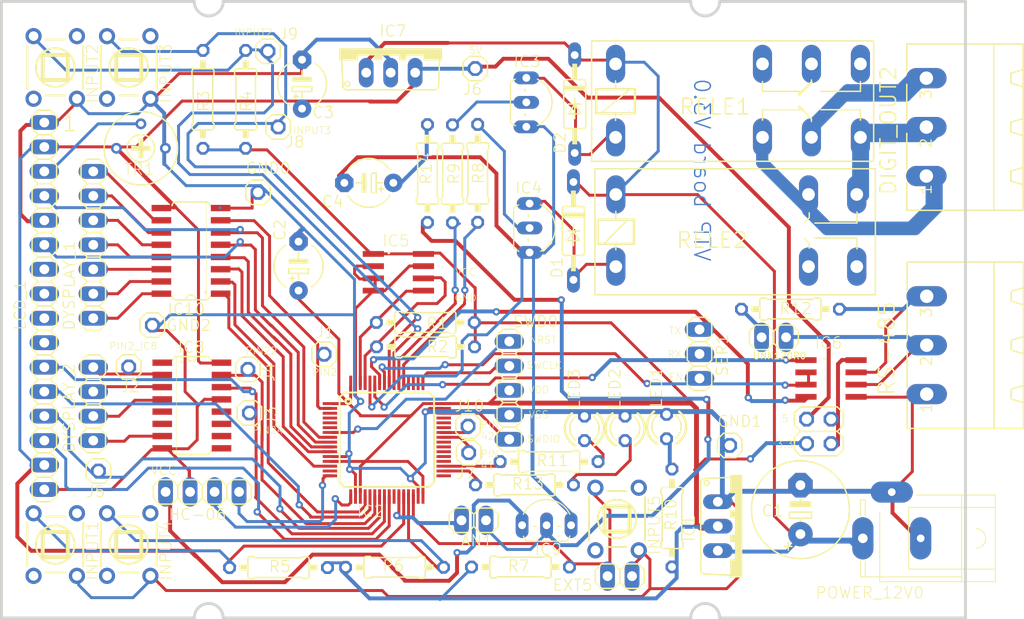
<source format=kicad_pcb>
(kicad_pcb (version 20241229) (generator "pcbnew") (generator_version "9.0")
  (layers (0 "F.Cu" signal) (2 "B.Cu" signal) (13 "F.Paste" user) (15 "B.Paste" user) (5 "F.SilkS" user "F.Silkscreen") (7 "B.SilkS" user "B.Silkscreen") (1 "F.Mask" user) (3 "B.Mask" user) (25 "Edge.Cuts" user))
  (net 0 "")
  (net 1 "S$5")
  (net 2 "S$6")
  (net 3 "S$54")
  (net 4 "S$17")
  (net 5 "S$18")
  (net 6 "S$67")
  (net 7 "S$76")
  (net 8 "S$2")
  (net 9 "S$38")
  (net 10 "S$78")
  (net 11 "S$82")
  (net 12 "S$83")
  (net 13 "S$91")
  (net 14 "S$98")
  (net 15 "S$99")
  (net 16 "S$106")
  (net 17 "S$107")
  (net 18 "S$108")
  (net 19 "S$109")
  (net 20 "S$111")
  (net 21 "S$114")
  (net 22 "S$118")
  (net 23 "S$129")
  (net 24 "S$171")
  (net 25 "S$172")
  (net 26 "S$192")
  (net 27 "S$212")
  (net 28 "S$217")
  (net 29 "S$19")
  (net 30 "S$40")
  (net 31 "S$41")
  (net 32 "S$57")
  (net 33 "S$58")
  (net 34 "S$59")
  (net 35 "S$206")
  (net 36 "S$39")
  (net 37 "S$79")
  (net 38 "S$136")
  (net 39 "S$137")
  (net 40 "S$138")
  (net 41 "S$150")
  (net 42 "S$164")
  (net 43 "S$202")
  (net 44 "S$151")
  (net 45 "S$194")
  (net 46 "S$163")
  (net 47 "S$200")
  (net 48 "S$207")
  (net 49 "S$195")
  (net 50 "S$222")
  (net 51 "S$124")
  (net 52 "S$125")
  (net 53 "S$126")
  (net 54 "S$227")
  (net 55 "S$56")
  (net 56 "S$103")
  (net 57 "S$209")
  (net 58 "S$228")
  (net 59 "S$131")
  (net 60 "S$135")
  (net 61 "S$214")
  (net 62 "S$204")
  (net 63 "S$215")
  (net 64 "S$218")
  (net 65 "S$232")
  (net 66 "S$233")
  (net 67 "S$240")
  (footprint "STM32f030:1X01_325" (layer "F.Cu") (at 124.06385 111.200375 -90)
    (property "Reference" "J4")
    (property "Value" "")
  )
  (footprint "STM32f030:1X02_325" (layer "F.Cu") (at 147.49235 126.869175)
    (property "Reference" "AN1")
    (property "Value" "")
  )
  (footprint "STM32f030:0207_10_217" (layer "F.Cu") (at 147.900778 90.849522 -90)
    (property "Reference" "R8")
    (property "Value" "")
  )
  (footprint "STM32f030:TL1105SP_380" (layer "F.Cu") (at 162.360221 126.734279 180)
    (property "Reference" "INPUT5")
    (property "Value" "")
  )
  (footprint "STM32f030:1X01_325" (layer "F.Cu") (at 174.039971 119.093113)
    (property "Reference" "GND1")
    (property "Value" "")
  )
  (footprint "STM32f030:LED3MM_259" (layer "F.Cu") (at 163.185818 117.322882 90)
    (property "Reference" "LED2")
    (property "Value" "")
  )
  (footprint "STM32f030:TO92-_398" (layer "F.Cu") (at 155.04949 127.379519)
    (property "Reference" "IC9")
    (property "Value" "")
  )
  (footprint "STM32f030:1X01_325" (layer "F.Cu") (at 147.644884 79.968304 180)
    (property "Reference" "J6")
    (property "Value" "")
  )
  (footprint "STM32f030:TO220AV_402" (layer "F.Cu") (at 175.354156 127.483282 -90)
    (property "Reference" "IC1")
    (property "Value" "")
  )
  (footprint "STM32f030:C2992_210" (layer "F.Cu") (at 157.964896 83.650757 -90)
    (property "Reference" "D2")
    (property "Value" "")
  )
  (footprint "STM32f030:F4052_339" (layer "F.Cu") (at 166.01394 83.297885)
    (property "Reference" "RELE1")
    (property "Value" "")
  )
  (footprint "STM32f030:0207_10_217" (layer "F.Cu") (at 142.692131 90.869879 90)
    (property "Reference" "R14")
    (property "Value" "")
  )
  (footprint "STM32f030:1X01_325" (layer "F.Cu") (at 131.969743 109.626294)
    (property "Reference" "J1")
    (property "Value" "")
  )
  (footprint "STM32f030:0207_10_217" (layer "F.Cu") (at 123.832496 83.162366 -90)
    (property "Reference" "R4")
    (property "Value" "")
  )
  (footprint "STM32f030:1X01_325" (layer "F.Cu") (at 146.906518 117.090894)
    (property "Reference" "J10")
    (property "Value" "")
  )
  (footprint "STM32f030:MSTBA3_176" (layer "F.Cu") (at 199.560934 108.689794 90)
    (property "Reference" "RS-485")
    (property "Value" "")
  )
  (footprint "STM32f030:RTRIM3339P_334" (layer "F.Cu") (at 112.964043 88.245229 180)
    (property "Reference" "TR1")
    (property "Value" "")
  )
  (footprint "STM32f030:TL1105SP_380" (layer "F.Cu") (at 104.0811 79.8536 180)
    (property "Reference" "INPUT2")
    (property "Value" "")
  )
  (footprint "STM32f030:0207_10_217" (layer "F.Cu") (at 119.405484 83.162366 -90)
    (property "Reference" "R3")
    (property "Value" "")
  )
  (footprint "STM32f030:TO220AV_402" (layer "F.Cu") (at 138.8765 77.855097)
    (property "Reference" "IC7")
    (property "Value" "")
  )
  (footprint "STM32f030:1X01_325" (layer "F.Cu") (at 127.206284 86.031744)
    (property "Reference" "J8")
    (property "Value" "")
  )
  (footprint "STM32f030:MSTBA3_176" (layer "F.Cu") (at 199.523265 86.046275 90)
    (property "Reference" "DIGIT_OUT2")
    (property "Value" "")
  )
  (footprint "STM32f030:LQFP64" (layer "F.Cu") (at 138.475921 118.499222)
    (property "Reference" "IC2")
    (property "Value" "")
  )
  (footprint "STM32f030:1X01_325" (layer "F.Cu") (at 146.968778 119.854766 180)
    (property "Reference" "J7")
    (property "Value" "")
  )
  (footprint "STM32f030:1X04_325" (layer "F.Cu") (at 119.3372 123.917863 180)
    (property "Reference" "HC-06")
    (property "Value" "")
  )
  (footprint "STM32f030:LED3MM_259" (layer "F.Cu") (at 158.979003 117.322882 90)
    (property "Reference" "LED3")
    (property "Value" "")
  )
  (footprint "STM32f030:SOIC8_338" (layer "F.Cu") (at 184.554762 112.145632 90)
    (property "Reference" "IC6")
    (property "Value" "")
  )
  (footprint "STM32f030:1X16_325" (layer "F.Cu") (at 102.9461 104.6186 90)
    (property "Reference" "LCD_1")
    (property "Value" "")
  )
  (footprint "STM32f030:0207_10_217" (layer "F.Cu") (at 168.054321 126.622513 90)
    (property "Reference" "R10")
    (property "Value" "")
  )
  (footprint "STM32f030:0207_10_217" (layer "F.Cu") (at 145.286431 90.893494 -90)
    (property "Reference" "R9")
    (property "Value" "")
  )
  (footprint "STM32f030:E5-5_334" (layer "F.Cu") (at 129.682056 81.588663 90)
    (property "Reference" "C3")
    (property "Value" "")
  )
  (footprint "STM32f030:SO8_102" (layer "F.Cu") (at 139.6743 101.11861 90)
    (property "Reference" "IC5")
    (property "Value" "")
  )
  (footprint "STM32f030:TL1105SP_380" (layer "F.Cu") (at 111.7011 129.3836 180)
    (property "Reference" "INPUT4")
    (property "Value" "")
  )
  (footprint "STM32f030:2X02_325" (layer "F.Cu") (at 183.291934 117.633732 90)
    (property "Reference" "E$1" (hide yes))
    (property "Value" "")
  )
  (footprint "STM32f030:1X05_325" (layer "F.Cu") (at 151.178331 113.381707 90)
    (property "Reference" "SWD0")
    (property "Value" "")
  )
  (footprint "STM32f030:0207_10_217" (layer "F.Cu") (at 139.28104 131.748619)
    (property "Reference" "R6")
    (property "Value" "")
  )
  (footprint "STM32f030:1X04_325" (layer "F.Cu") (at 108.0261 114.7786 90)
    (property "Reference" "DYSPLAY_2")
    (property "Value" "")
  )
  (footprint "STM32f030:E5-5_334" (layer "F.Cu") (at 136.608321 91.835657 180)
    (property "Reference" "C4")
    (property "Value" "")
  )
  (footprint "STM32f030:0207_10_217" (layer "F.Cu") (at 180.339218 104.941157)
    (property "Reference" "R12")
    (property "Value" "")
  )
  (footprint "STM32f030:TO92-_398" (layer "F.Cu") (at 152.947275 83.475885 -90)
    (property "Reference" "IC3")
    (property "Value" "")
  )
  (footprint "STM32f030:0207_10_217" (layer "F.Cu") (at 142.492393 108.864629 180)
    (property "Reference" "R2")
    (property "Value" "")
  )
  (footprint "STM32f030:SO16_82" (layer "F.Cu") (at 118.251546 114.949563 -90)
    (property "Reference" "IC8")
    (property "Value" "")
  )
  (footprint "STM32f030:LED3MM_259" (layer "F.Cu") (at 167.492581 117.139013 90)
    (property "Reference" "LED1")
    (property "Value" "")
  )
  (footprint "STM32f030:0207_10_217" (layer "F.Cu") (at 127.239743 131.77851)
    (property "Reference" "R5")
    (property "Value" "")
  )
  (footprint "STM32f030:1X03_325" (layer "F.Cu") (at 170.911262 109.5967 90)
    (property "Reference" "SER1")
    (property "Value" "")
  )
  (footprint "STM32f030:TL1105SP_380" (layer "F.Cu") (at 104.0811 129.3836 180)
    (property "Reference" "INPUT1")
    (property "Value" "")
  )
  (footprint "STM32f030:TO92-_398" (layer "F.Cu") (at 153.284756 96.523229 -90)
    (property "Reference" "IC4")
    (property "Value" "")
  )
  (footprint "STM32f030:1X01_325" (layer "F.Cu") (at 125.112084 92.822613)
    (property "Reference" "GND0")
    (property "Value" "")
  )
  (footprint "STM32f030:E5-10,5_334" (layer "F.Cu") (at 181.380634 125.763282 90)
    (property "Reference" "C1")
    (property "Value" "")
  )
  (footprint "STM32f030:G2R2A_339" (layer "F.Cu") (at 164.769228 96.847747)
    (property "Reference" "RELE2")
    (property "Value" "")
  )
  (footprint "STM32f030:SO16_82" (layer "F.Cu") (at 118.1632 98.896669 90)
    (property "Reference" "IC10")
    (property "Value" "")
  )
  (footprint "STM32f030:1X02_325" (layer "F.Cu") (at 162.643146 132.663025)
    (property "Reference" "EXT5")
    (property "Value" "")
  )
  (footprint "STM32f030:0207_10_217" (layer "F.Cu") (at 152.341618 131.717622)
    (property "Reference" "R7")
    (property "Value" "")
  )
  (footprint "STM32f030:1X01_325" (layer "F.Cu") (at 111.7004 110.946872)
    (property "Reference" "J2")
    (property "Value" "")
  )
  (footprint "STM32f030:0207_10_217" (layer "F.Cu") (at 152.74855 123.187091)
    (property "Reference" "R13")
    (property "Value" "")
  )
  (footprint "STM32f030:0207_10_217" (layer "F.Cu") (at 142.467056 106.32985 180)
    (property "Reference" "R1")
    (property "Value" "")
  )
  (footprint "STM32f030:1X01_325" (layer "F.Cu") (at 126.145675 78.171172)
    (property "Reference" "J9")
    (property "Value" "")
  )
  (footprint "STM32f030:TL1105SP_380" (layer "F.Cu") (at 111.7011 79.8536 180)
    (property "Reference" "INPUT3")
    (property "Value" "")
  )
  (footprint "STM32f030:E5-5_334" (layer "F.Cu") (at 129.319475 100.474669 90)
    (property "Reference" "C2")
    (property "Value" "")
  )
  (footprint "STM32f030:1X02_325" (layer "F.Cu") (at 178.623203 107.869394)
    (property "Reference" "UNK120R0")
    (property "Value" "")
  )
  (footprint "STM32f030:SPC4077_154" (layer "F.Cu") (at 190.852871 128.739975 180)
    (property "Reference" "POWER_12V0")
    (property "Value" "")
  )
  (footprint "STM32f030:1X01_325" (layer "F.Cu") (at 108.560043 121.749019 180)
    (property "Reference" "J5")
    (property "Value" "")
  )
  (footprint "STM32f030:1X07_325" (layer "F.Cu") (at 108.0261 98.2686 90)
    (property "Reference" "DYSPLAY_1")
    (property "Value" "")
  )
  (footprint "STM32f030:1X01_325" (layer "F.Cu") (at 124.222853 115.724275 -90)
    (property "Reference" "J3")
    (property "Value" "")
  )
  (footprint "STM32f030:C2992_210" (layer "F.Cu") (at 157.833628 96.824297 -90)
    (property "Reference" "D1")
    (property "Value" "")
  )
  (footprint "STM32f030:0207_10_217" (layer "F.Cu") (at 155.311878 120.772541)
    (property "Reference" "R11")
    (property "Value" "")
  )
  (footprint "STM32f030:1X01_325" (layer "F.Cu") (at 114.150243 106.60581 -90)
    (property "Reference" "GND2")
    (property "Value" "")
  )
  (gr_line (start 118.5011 73.0036) (end 98.5011 73.0036) (stroke (width 0.3048)) (layer "Edge.Cuts"))
  (gr_arc (start 173.0011 73.0036) (mid 171.5011 74.5036) (end 170.0011 73.0036) (stroke (width 0.3048)) (layer "Edge.Cuts"))
  (gr_arc (start 121.5011 73.0036) (mid 120.0011 74.5036) (end 118.5011 73.0036) (stroke (width 0.3048)) (layer "Edge.Cuts"))
  (gr_arc (start 170.0011 137.0036) (mid 171.5011 135.5036) (end 173.0011 137.0036) (stroke (width 0.3048)) (layer "Edge.Cuts"))
  (gr_line (start 170.0011 73.0036) (end 121.5011 73.0036) (stroke (width 0.3048)) (layer "Edge.Cuts"))
  (gr_arc (start 118.5011 137.0036) (mid 120.0011 135.5036) (end 121.5011 137.0036) (stroke (width 0.3048)) (layer "Edge.Cuts"))
  (gr_line (start 198.5011 137.0036) (end 198.5011 73.0036) (stroke (width 0.3048)) (layer "Edge.Cuts"))
  (gr_line (start 98.5011 137.0036) (end 118.5011 137.0036) (stroke (width 0.3048)) (layer "Edge.Cuts"))
  (gr_line (start 121.5011 137.0036) (end 170.0011 137.0036) (stroke (width 0.3048)) (layer "Edge.Cuts"))
  (gr_line (start 198.5011 73.0036) (end 173.0011 73.0036) (stroke (width 0.3048)) (layer "Edge.Cuts"))
  (gr_line (start 173.0011 137.0036) (end 198.5011 137.0036) (stroke (width 0.3048)) (layer "Edge.Cuts"))
  (gr_line (start 98.5011 73.0036) (end 98.5011 137.0036) (stroke (width 0.3048)) (layer "Edge.Cuts"))
  (gr_text "VTP board V3.0" (at 172.112543 80.89591 -90) (layer "B.Cu") (effects (font (size 1.63576 1.63576) (thickness 0.14224)) (justify right top mirror)))
  (gr_text "SWCLK" (at 152.935825 111.211288 0) (layer "F.SilkS") (effects (font (size 0.747776 0.747776) (thickness 0.065024)) (justify left bottom)))
  (gr_text "VCC" (at 145.546521 101.549644 0) (layer "F.SilkS") (effects (font (size 0.747776 0.747776) (thickness 0.065024)) (justify left bottom)))
  (gr_text "3.3" (at 178.842521 119.436616 0) (layer "F.SilkS") (effects (font (size 0.747776 0.747776) (thickness 0.065024)) (justify left bottom)))
  (gr_text "." (at 138.201212 99.384657 0) (layer "F.SilkS") (effects (font (size 1.63576 1.63576) (thickness 0.14224)) (justify left bottom)))
  (gr_text "." (at 183.413296 110.39556 0) (layer "F.SilkS") (effects (font (size 1.63576 1.63576) (thickness 0.14224)) (justify left bottom)))
  (gr_text "5V" (at 146.947337 78.53291 0) (layer "F.SilkS") (effects (font (size 0.747776 0.747776) (thickness 0.065024)) (justify left bottom)))
  (gr_text "PIN22" (at 123.771943 109.708475 0) (layer "F.SilkS") (effects (font (size 0.747776 0.747776) (thickness 0.065024)) (justify left bottom)))
  (gr_text "INPUT3" (at 128.698453 86.829788 0) (layer "F.SilkS") (effects (font (size 0.747776 0.747776) (thickness 0.065024)) (justify left bottom)))
  (gr_text "1" (at 104.708821 86.627925 0) (layer "F.SilkS") (effects (font (size 1.63576 1.63576) (thickness 0.14224)) (justify left bottom)))
  (gr_text "INPUT2" (at 122.626337 76.670897 0) (layer "F.SilkS") (effects (font (size 0.747776 0.747776) (thickness 0.065024)) (justify left bottom)))
  (gr_text "." (at 116.716781 110.735597 0) (layer "F.SilkS") (effects (font (size 1.63576 1.63576) (thickness 0.14224)) (justify left bottom)))
  (gr_text "5" (at 179.407312 116.752116 0) (layer "F.SilkS") (effects (font (size 0.747776 0.747776) (thickness 0.065024)) (justify left bottom)))
  (gr_text "TX" (at 167.699703 107.620779 0) (layer "F.SilkS") (effects (font (size 0.747776 0.747776) (thickness 0.065024)) (justify left bottom)))
  (gr_text "EN" (at 167.6997 112.43145 0) (layer "F.SilkS") (effects (font (size 0.747776 0.747776) (thickness 0.065024)) (justify left bottom)))
  (gr_text "." (at 119.205881 103.489254 0) (layer "F.SilkS") (effects (font (size 1.63576 1.63576) (thickness 0.14224)) (justify left bottom)))
  (gr_text "PIN2_IC8" (at 109.638746 109.223804 0) (layer "F.SilkS") (effects (font (size 0.747776 0.747776) (thickness 0.065024)) (justify left bottom)))
  (gr_text "NRST" (at 153.228681 108.573441 0) (layer "F.SilkS") (effects (font (size 0.747776 0.747776) (thickness 0.065024)) (justify left bottom)))
  (gr_text "PIN2" (at 130.689846 111.946241 0) (layer "F.SilkS") (effects (font (size 0.747776 0.747776) (thickness 0.065024)) (justify left bottom)))
  (gr_text "VDD" (at 153.118859 113.775863 0) (layer "F.SilkS") (effects (font (size 0.747776 0.747776) (thickness 0.065024)) (justify left bottom)))
  (gr_text "PIN\n42" (at 148.182665 118.571319 0) (layer "F.SilkS") (effects (font (size 0.747776 0.747776) (thickness 0.065024)) (justify left bottom)))
  (gr_text "VCC" (at 113.943862 122.247213 0) (layer "F.SilkS") (effects (font (size 0.93472 0.93472) (thickness 0.08128)) (justify left bottom)))
  (gr_text "RX" (at 167.558287 110.073279 0) (layer "F.SilkS") (effects (font (size 0.747776 0.747776) (thickness 0.065024)) (justify left bottom)))
  (gr_text "PIN24" (at 124.400909 117.951479 0) (layer "F.SilkS") (effects (font (size 0.747776 0.747776) (thickness 0.065024)) (justify left bottom)))
  (gr_text "PIN\n41" (at 148.168117 121.629544 0) (layer "F.SilkS") (effects (font (size 0.747776 0.747776) (thickness 0.065024)) (justify left bottom)))
  (gr_text "GND" (at 145.467821 104.226007 0) (layer "F.SilkS") (effects (font (size 0.747776 0.747776) (thickness 0.065024)) (justify left bottom)))
  (gr_text "SWDIO" (at 152.972431 118.868382 0) (layer "F.SilkS") (effects (font (size 0.747776 0.747776) (thickness 0.065024)) (justify left bottom)))
  (gr_text "VSS" (at 153.155465 116.340441 0) (layer "F.SilkS") (effects (font (size 0.747776 0.747776) (thickness 0.065024)) (justify left bottom)))
  (segment (start 142.470984 103.078104) (end 142.515915 103.033172) (width 0.3048) (layer "F.Cu") (net 1))
  (segment (start 135.720521 107.85301) (end 140.495428 103.078104) (width 0.3048) (layer "F.Cu") (net 1))
  (segment (start 140.495428 103.078104) (end 142.470984 103.078104) (width 0.3048) (layer "F.Cu") (net 1))
  (segment (start 135.720521 112.886788) (end 135.720521 107.85301) (width 0.3048) (layer "F.Cu") (net 1))
  (segment (start 136.223 109.79366) (end 141.652059 104.3646) (width 0.3048) (layer "F.Cu") (net 2))
  (segment (start 144.076728 101.681541) (end 142.301962 101.681541) (width 0.3048) (layer "F.Cu") (net 2))
  (segment (start 144.531243 102.136057) (end 144.076728 101.681541) (width 0.3048) (layer "F.Cu") (net 2))
  (segment (start 144.531243 103.521722) (end 144.531243 102.136057) (width 0.3048) (layer "F.Cu") (net 2))
  (segment (start 142.301962 101.681541) (end 142.280312 101.703191) (width 0.3048) (layer "F.Cu") (net 2))
  (segment (start 141.652059 104.3646) (end 143.688365 104.3646) (width 0.3048) (layer "F.Cu") (net 2))
  (segment (start 136.223 113.093841) (end 136.223 109.79366) (width 0.3048) (layer "F.Cu") (net 2))
  (segment (start 143.688365 104.3646) (end 144.531243 103.521722) (width 0.3048) (layer "F.Cu") (net 2))
  (segment (start 139.217359 109.470694) (end 139.217359 113.010441) (width 0.3048) (layer "F.Cu") (net 3))
  (segment (start 141.678303 107.00975) (end 139.217359 109.470694) (width 0.3048) (layer "F.Cu") (net 3))
  (via (at 141.67615 106.992116) (size 0.7564) (drill 0.35) (layers "F.Cu" "B.Cu") (net 3))
  (segment (start 126.619121 83.712585) (end 125.750484 84.581222) (width 0.3048) (layer "B.Cu") (net 3))
  (segment (start 101.877634 76.827644) (end 105.183181 80.133191) (width 0.3048) (layer "B.Cu") (net 3))
  (segment (start 123.928818 78.022997) (end 125.186068 78.022997) (width 0.3048) (layer "B.Cu") (net 3))
  (segment (start 121.986778 80.133191) (end 124.012696 78.107272) (width 0.3048) (layer "B.Cu") (net 3))
  (segment (start 126.402162 79.239091) (end 126.619121 79.45605) (width 0.3048) (layer "B.Cu") (net 3))
  (segment (start 118.053418 90.97381) (end 125.602212 90.97381) (width 0.3048) (layer "B.Cu") (net 3))
  (segment (start 105.183181 80.133191) (end 121.986778 80.133191) (width 0.3048) (layer "B.Cu") (net 3))
  (segment (start 126.619121 79.45605) (end 126.619121 83.712585) (width 0.3048) (layer "B.Cu") (net 3))
  (segment (start 116.870996 85.932591) (end 116.870996 89.791388) (width 0.3048) (layer "B.Cu") (net 3))
  (segment (start 124.012696 78.107272) (end 124.012696 78.02966) (width 0.3048) (layer "B.Cu") (net 3))
  (segment (start 125.602212 90.97381) (end 141.624328 106.995925) (width 0.3048) (layer "B.Cu") (net 3))
  (segment (start 125.186068 78.022997) (end 126.402162 79.239091) (width 0.3048) (layer "B.Cu") (net 3))
  (segment (start 118.230784 84.572804) (end 116.870996 85.932591) (width 0.3048) (layer "B.Cu") (net 3))
  (segment (start 116.870996 89.791388) (end 118.053418 90.97381) (width 0.3048) (layer "B.Cu") (net 3))
  (segment (start 125.750484 84.581222) (end 118.244465 84.581222) (width 0.3048) (layer "B.Cu") (net 3))
  (segment (start 123.695203 99.602897) (end 124.1044 100.012094) (width 0.3048) (layer "F.Cu") (net 4))
  (segment (start 124.1044 105.278535) (end 127.021921 108.196057) (width 0.3048) (layer "F.Cu") (net 4))
  (segment (start 121.077812 99.602897) (end 123.695203 99.602897) (width 0.3048) (layer "F.Cu") (net 4))
  (segment (start 126.748278 107.849219) (end 128.519778 109.620719) (width 0.3048) (layer "F.Cu") (net 4))
  (segment (start 128.519778 117.121197) (end 130.64924 119.25066) (width 0.3048) (layer "F.Cu") (net 4))
  (segment (start 130.64924 119.25066) (end 132.929087 119.25066) (width 0.3048) (layer "F.Cu") (net 4))
  (segment (start 128.519778 109.620719) (end 128.519778 117.121197) (width 0.3048) (layer "F.Cu") (net 4))
  (segment (start 124.1044 100.012094) (end 124.1044 105.278535) (width 0.3048) (layer "F.Cu") (net 4))
  (segment (start 123.450003 101.103291) (end 123.450003 105.633597) (width 0.3048) (layer "F.Cu") (net 5))
  (segment (start 130.341196 119.752019) (end 132.943687 119.752019) (width 0.3048) (layer "F.Cu") (net 5))
  (segment (start 123.450003 105.633597) (end 127.240056 109.42365) (width 0.3048) (layer "F.Cu") (net 5))
  (segment (start 127.731912 109.8981) (end 127.731912 117.142735) (width 0.3048) (layer "F.Cu") (net 5))
  (segment (start 123.122643 100.775932) (end 123.450003 101.103291) (width 0.3048) (layer "F.Cu") (net 5))
  (segment (start 126.955609 109.121797) (end 127.731912 109.8981) (width 0.3048) (layer "F.Cu") (net 5))
  (segment (start 121.214143 100.775932) (end 123.122643 100.775932) (width 0.3048) (layer "F.Cu") (net 5))
  (segment (start 127.731912 117.142735) (end 130.341196 119.752019) (width 0.3048) (layer "F.Cu") (net 5))
  (segment (start 126.754325 117.097594) (end 130.90595 121.249219) (width 0.3048) (layer "F.Cu") (net 6))
  (segment (start 126.754325 110.697422) (end 126.754325 117.097594) (width 0.3048) (layer "F.Cu") (net 6))
  (segment (start 122.713806 102.412722) (end 122.713806 106.561247) (width 0.3048) (layer "F.Cu") (net 6))
  (segment (start 130.90595 121.249219) (end 133.165728 121.249219) (width 0.3048) (layer "F.Cu") (net 6))
  (segment (start 122.713806 106.561247) (end 126.776525 110.623966) (width 0.3048) (layer "F.Cu") (net 6))
  (segment (start 122.441009 102.139925) (end 122.713806 102.412722) (width 0.3048) (layer "F.Cu") (net 6))
  (segment (start 121.186878 102.139925) (end 122.441009 102.139925) (width 0.3048) (layer "F.Cu") (net 6))
  (segment (start 141.570121 105.87131) (end 141.674493 105.87131) (width 0.3048) (layer "F.Cu") (net 7))
  (segment (start 141.660556 105.816347) (end 138.726275 108.750629) (width 0.3048) (layer "F.Cu") (net 7))
  (segment (start 138.726275 108.750629) (end 138.726275 112.9396) (width 0.3048) (layer "F.Cu") (net 7))
  (via (at 141.67615 105.819454) (size 0.7564) (drill 0.35) (layers "F.Cu" "B.Cu") (net 7))
  (segment (start 120.963528 76.345382) (end 119.242481 78.066429) (width 0.3048) (layer "B.Cu") (net 7))
  (segment (start 141.741168 105.812913) (end 126.104012 90.175757) (width 0.3048) (layer "B.Cu") (net 7))
  (segment (start 117.853246 89.42101) (end 117.853246 86.723222) (width 0.3048) (layer "B.Cu") (net 7))
  (segment (start 126.104012 90.175757) (end 118.607993 90.175757) (width 0.3048) (layer "B.Cu") (net 7))
  (segment (start 127.985793 77.6208) (end 126.710375 76.345382) (width 0.3048) (layer "B.Cu") (net 7))
  (segment (start 127.985793 84.765557) (end 127.985793 77.6208) (width 0.3048) (layer "B.Cu") (net 7))
  (segment (start 118.910615 85.665854) (end 127.085496 85.665854) (width 0.3048) (layer "B.Cu") (net 7))
  (segment (start 127.085496 85.665854) (end 127.985793 84.765557) (width 0.3048) (layer "B.Cu") (net 7))
  (segment (start 111.00335 78.197569) (end 119.439968 78.197569) (width 0.3048) (layer "B.Cu") (net 7))
  (segment (start 117.853246 86.723222) (end 118.910615 85.665854) (width 0.3048) (layer "B.Cu") (net 7))
  (segment (start 118.607993 90.175757) (end 117.853246 89.42101) (width 0.3048) (layer "B.Cu") (net 7))
  (segment (start 126.710375 76.345382) (end 120.963528 76.345382) (width 0.3048) (layer "B.Cu") (net 7))
  (segment (start 109.387228 76.581447) (end 111.00335 78.197569) (width 0.3048) (layer "B.Cu") (net 7))
  (segment (start 121.517653 103.358425) (end 121.085971 103.358425) (width 0.3048) (layer "F.Cu") (net 8))
  (segment (start 126.174103 115.515994) (end 126.174103 110.970472) (width 0.3048) (layer "F.Cu") (net 8))
  (segment (start 126.174103 110.970472) (end 122.085706 106.882075) (width 0.3048) (layer "F.Cu") (net 8))
  (segment (start 122.085706 103.835547) (end 121.563118 103.31296) (width 0.3048) (layer "F.Cu") (net 8))
  (segment (start 135.590059 125.998766) (end 131.275984 125.998766) (width 0.3048) (layer "F.Cu") (net 8))
  (segment (start 122.085706 106.882075) (end 122.085706 103.835547) (width 0.3048) (layer "F.Cu") (net 8))
  (segment (start 136.229678 124.239394) (end 136.229678 125.359147) (width 0.3048) (layer "F.Cu") (net 8))
  (segment (start 136.229678 125.359147) (end 135.590059 125.998766) (width 0.3048) (layer "F.Cu") (net 8))
  (segment (start 131.275984 125.998766) (end 126.222262 120.945044) (width 0.3048) (layer "F.Cu") (net 8))
  (segment (start 126.171965 115.49341) (end 126.171965 120.887229) (width 0.3048) (layer "F.Cu") (net 8))
  (segment (start 121.563118 103.31296) (end 121.517653 103.358425) (width 0.3048) (layer "F.Cu") (net 8))
  (segment (start 121.205225 111.818057) (end 124.83399 111.818057) (width 0.3048) (layer "F.Cu") (net 9))
  (segment (start 137.227843 126.183157) (end 137.227843 124.3558) (width 0.3048) (layer "F.Cu") (net 9))
  (segment (start 125.527912 117.613385) (end 125.527912 122.714191) (width 0.3048) (layer "F.Cu") (net 9))
  (segment (start 136.201493 127.209507) (end 137.227843 126.183157) (width 0.3048) (layer "F.Cu") (net 9))
  (segment (start 124.83399 111.818057) (end 125.544093 112.52816) (width 0.3048) (layer "F.Cu") (net 9))
  (segment (start 125.544093 112.52816) (end 125.544093 118.572075) (width 0.3048) (layer "F.Cu") (net 9))
  (segment (start 130.09189 127.209507) (end 136.201493 127.209507) (width 0.3048) (layer "F.Cu") (net 9))
  (segment (start 125.525778 122.643394) (end 130.09189 127.209507) (width 0.3048) (layer "F.Cu") (net 9))
  (segment (start 127.860875 128.846607) (end 128.085868 128.846607) (width 0.3048) (layer "F.Cu") (net 10))
  (segment (start 137.341293 128.841954) (end 138.721543 127.461704) (width 0.3048) (layer "F.Cu") (net 10))
  (segment (start 128.007671 128.841954) (end 137.341293 128.841954) (width 0.3048) (layer "F.Cu") (net 10))
  (segment (start 138.721543 127.461704) (end 138.721543 124.31391) (width 0.3048) (layer "F.Cu") (net 10))
  (segment (start 125.130237 126.115969) (end 127.860875 128.846607) (width 0.3048) (layer "F.Cu") (net 10))
  (via (at 125.028912 125.993694) (size 0.7564) (drill 0.35) (layers "F.Cu" "B.Cu") (net 10))
  (segment (start 105.1686 120.4936) (end 105.1686 123.3511) (width 0.3048) (layer "B.Cu") (net 10))
  (segment (start 113.7411 121.4461) (end 123.5836 121.4461) (width 0.3048) (layer "B.Cu") (net 10))
  (segment (start 105.1686 123.3511) (end 105.4861 123.6686) (width 0.3048) (layer "B.Cu") (net 10))
  (segment (start 105.4861 123.6686) (end 111.5186 123.6686) (width 0.3048) (layer "B.Cu") (net 10))
  (segment (start 111.5186 123.6686) (end 113.7411 121.4461) (width 0.3048) (layer "B.Cu") (net 10))
  (segment (start 123.5836 121.4461) (end 125.1711 123.0336) (width 0.3048) (layer "B.Cu") (net 10))
  (segment (start 103.2636 118.5886) (end 105.1686 120.4936) (width 0.3048) (layer "B.Cu") (net 10))
  (segment (start 125.1711 123.0336) (end 125.1711 126.2086) (width 0.3048) (layer "B.Cu") (net 10))
  (segment (start 144.193284 132.277466) (end 140.7288 128.812982) (width 0.3048) (layer "F.Cu") (net 11))
  (segment (start 140.7288 128.812982) (end 140.7288 124.078891) (width 0.3048) (layer "F.Cu") (net 11))
  (segment (start 109.5275 126.069863) (end 112.432028 128.974391) (width 0.3048) (layer "B.Cu") (net 11))
  (segment (start 142.048193 128.974391) (end 144.483075 131.409272) (width 0.3048) (layer "B.Cu") (net 11))
  (segment (start 112.432028 128.974391) (end 142.048193 128.974391) (width 0.3048) (layer "B.Cu") (net 11))
  (segment (start 121.68954 131.518735) (end 123.663537 129.544738) (width 0.3048) (layer "F.Cu") (net 12))
  (segment (start 137.905603 129.544738) (end 140.225159 127.225182) (width 0.3048) (layer "F.Cu") (net 12))
  (segment (start 123.663537 129.544738) (end 137.905603 129.544738) (width 0.3048) (layer "F.Cu") (net 12))
  (segment (start 140.225159 127.225182) (end 140.225159 124.050913) (width 0.3048) (layer "F.Cu") (net 12))
  (segment (start 121.131737 130.033941) (end 122.712387 131.614591) (width 0.3048) (layer "B.Cu") (net 12))
  (segment (start 101.918109 126.359032) (end 105.593018 130.033941) (width 0.3048) (layer "B.Cu") (net 12))
  (segment (start 105.593018 130.033941) (end 121.131737 130.033941) (width 0.3048) (layer "B.Cu") (net 12))
  (segment (start 141.225275 126.615772) (end 143.895618 129.286116) (width 0.3048) (layer "F.Cu") (net 13))
  (segment (start 141.225275 124.144744) (end 141.225275 126.615772) (width 0.3048) (layer "F.Cu") (net 13))
  (segment (start 143.895618 129.286116) (end 155.714706 129.286116) (width 0.3048) (layer "F.Cu") (net 13))
  (segment (start 161.616093 125.843735) (end 161.616093 131.389541) (width 0.3048) (layer "F.Cu") (net 13))
  (segment (start 159.435234 123.662875) (end 161.616093 125.843735) (width 0.3048) (layer "F.Cu") (net 13))
  (segment (start 161.616093 131.389541) (end 157.48104 131.389541) (width 0.3048) (layer "F.Cu") (net 13))
  (segment (start 155.714706 129.286116) (end 157.720284 131.291694) (width 0.3048) (layer "F.Cu") (net 13))
  (segment (start 153.339646 80.978144) (end 154.77999 80.978144) (width 0.3048) (layer "F.Cu") (net 14))
  (segment (start 154.77999 80.978144) (end 158.048775 84.246929) (width 0.3048) (layer "F.Cu") (net 14))
  (segment (start 162.08665 86.345794) (end 159.536171 88.896272) (width 0.3048) (layer "F.Cu") (net 14))
  (segment (start 158.048775 84.246929) (end 158.048775 89.112163) (width 0.3048) (layer "F.Cu") (net 14))
  (segment (start 159.536171 88.896272) (end 157.99995 88.896272) (width 0.3048) (layer "F.Cu") (net 14))
  (segment (start 158.048775 89.112163) (end 157.972821 89.188116) (width 0.3048) (layer "F.Cu") (net 14))
  (segment (start 154.85614 93.749213) (end 157.896868 96.789941) (width 0.3048) (layer "F.Cu") (net 15))
  (segment (start 157.896868 96.789941) (end 157.896868 101.959185) (width 0.3048) (layer "F.Cu") (net 15))
  (segment (start 159.183509 100.292866) (end 157.891412 101.584963) (width 0.3048) (layer "F.Cu") (net 15))
  (segment (start 153.491556 93.749213) (end 154.85614 93.749213) (width 0.3048) (layer "F.Cu") (net 15))
  (segment (start 162.296321 100.292866) (end 159.183509 100.292866) (width 0.3048) (layer "F.Cu") (net 15))
  (segment (start 146.536878 104.400516) (end 145.248628 105.688766) (width 0.3048) (layer "F.Cu") (net 16))
  (segment (start 146.536878 103.058604) (end 146.536878 104.400516) (width 0.3048) (layer "F.Cu") (net 16))
  (segment (start 145.248628 105.688766) (end 140.22665 110.710744) (width 0.3048) (layer "F.Cu") (net 16))
  (segment (start 140.22665 110.710744) (end 140.22665 112.936585) (width 0.3048) (layer "F.Cu") (net 16))
  (via (at 146.565006 102.976879) (size 0.7564) (drill 0.35) (layers "F.Cu" "B.Cu") (net 16))
  (segment (start 147.905912 96.24151) (end 146.556393 97.591029) (width 0.3048) (layer "B.Cu") (net 16))
  (segment (start 146.556393 97.591029) (end 146.556393 102.997866) (width 0.3048) (layer "B.Cu") (net 16))
  (segment (start 147.806796 83.443522) (end 145.564134 85.686185) (width 0.3048) (layer "B.Cu") (net 17))
  (segment (start 153.254103 83.443522) (end 147.806796 83.443522) (width 0.3048) (layer "B.Cu") (net 17))
  (segment (start 139.72519 110.214935) (end 139.72519 113.046607) (width 0.3048) (layer "F.Cu") (net 18))
  (segment (start 145.583556 102.92931) (end 145.583556 104.356569) (width 0.3048) (layer "F.Cu") (net 18))
  (segment (start 140.363609 109.576516) (end 139.72519 110.214935) (width 0.3048) (layer "F.Cu") (net 18))
  (segment (start 145.583556 104.356569) (end 140.363609 109.576516) (width 0.3048) (layer "F.Cu") (net 18))
  (via (at 145.56454 102.962172) (size 0.7564) (drill 0.35) (layers "F.Cu" "B.Cu") (net 18))
  (segment (start 145.83405 96.007013) (end 145.552375 96.288688) (width 0.3048) (layer "B.Cu") (net 18))
  (segment (start 145.552375 96.288688) (end 145.552375 102.981441) (width 0.3048) (layer "B.Cu") (net 18))
  (segment (start 145.216037 96.064) (end 146.003503 96.064) (width 0.3048) (layer "B.Cu") (net 18))
  (segment (start 150.666184 95.081213) (end 152.100209 96.515238) (width 0.3048) (layer "B.Cu") (net 19))
  (segment (start 150.666184 88.552682) (end 150.666184 95.081213) (width 0.3048) (layer "B.Cu") (net 19))
  (segment (start 147.932768 85.819266) (end 150.666184 88.552682) (width 0.3048) (layer "B.Cu") (net 19))
  (segment (start 152.100209 96.515238) (end 153.350703 96.515238) (width 0.3048) (layer "B.Cu") (net 19))
  (segment (start 148.089571 115.751038) (end 150.395721 118.057188) (width 0.3048) (layer "F.Cu") (net 20))
  (segment (start 144.334143 115.751038) (end 148.089571 115.751038) (width 0.3048) (layer "F.Cu") (net 20))
  (segment (start 149.18155 111.554616) (end 150.004437 110.731729) (width 0.3048) (layer "F.Cu") (net 21))
  (segment (start 142.209615 112.034482) (end 142.689481 111.554616) (width 0.3048) (layer "F.Cu") (net 21))
  (segment (start 142.209615 112.820938) (end 142.209615 112.034482) (width 0.3048) (layer "F.Cu") (net 21))
  (segment (start 142.689481 111.554616) (end 149.18155 111.554616) (width 0.3048) (layer "F.Cu") (net 21))
  (segment (start 135.006015 117.749532) (end 135.356125 117.399422) (width 0.3048) (layer "F.Cu") (net 22))
  (segment (start 132.792134 117.749532) (end 135.006015 117.749532) (width 0.3048) (layer "F.Cu") (net 22))
  (via (at 135.4646 117.399979) (size 0.7564) (drill 0.35) (layers "F.Cu" "B.Cu") (net 22))
  (segment (start 137.451168 117.344119) (end 135.546168 117.344119) (width 0.3048) (layer "B.Cu") (net 22))
  (segment (start 140.491815 114.292691) (end 137.45524 117.329266) (width 0.3048) (layer "B.Cu") (net 22))
  (segment (start 144.580712 114.292691) (end 140.491815 114.292691) (width 0.3048) (layer "B.Cu") (net 22))
  (segment (start 150.48315 108.390254) (end 144.580712 114.292691) (width 0.3048) (layer "B.Cu") (net 22))
  (segment (start 149.575525 109.568947) (end 162.167546 109.568947) (width 0.3048) (layer "F.Cu") (net 23))
  (segment (start 148.423906 110.720566) (end 149.575525 109.568947) (width 0.3048) (layer "F.Cu") (net 23))
  (segment (start 182.21959 111.390397) (end 182.21959 112.802575) (width 0.3048) (layer "F.Cu") (net 23))
  (segment (start 182.21959 112.802575) (end 182.184296 112.837869) (width 0.3048) (layer "F.Cu") (net 23))
  (segment (start 138.227484 111.488135) (end 138.227484 112.985822) (width 0.3048) (layer "F.Cu") (net 23))
  (segment (start 179.906237 112.837869) (end 179.879803 112.811435) (width 0.3048) (layer "F.Cu") (net 23))
  (segment (start 165.284693 112.686094) (end 165.338431 112.686094) (width 0.3048) (layer "F.Cu") (net 23))
  (segment (start 144.498646 110.720566) (end 148.423906 110.720566) (width 0.3048) (layer "F.Cu") (net 23))
  (segment (start 182.184296 112.837869) (end 179.906237 112.837869) (width 0.3048) (layer "F.Cu") (net 23))
  (segment (start 137.87255 111.1332) (end 138.227484 111.488135) (width 0.3048) (layer "F.Cu") (net 23))
  (segment (start 162.167546 109.568947) (end 165.284693 112.686094) (width 0.3048) (layer "F.Cu") (net 23))
  (via (at 137.988703 110.953119) (size 0.7564) (drill 0.35) (layers "F.Cu" "B.Cu") (net 23))
  (via (at 144.523621 110.711963) (size 0.7564) (drill 0.35) (layers "F.Cu" "B.Cu") (net 23))
  (via (at 165.478175 112.664822) (size 0.7564) (drill 0.35) (layers "F.Cu" "B.Cu") (net 23))
  (via (at 179.7912 112.834404) (size 0.7564) (drill 0.35) (layers "F.Cu" "B.Cu") (net 23))
  (segment (start 143.951893 111.094507) (end 144.371709 110.674691) (width 0.3048) (layer "B.Cu") (net 23))
  (segment (start 137.920925 111.094507) (end 143.951893 111.094507) (width 0.3048) (layer "B.Cu") (net 23))
  (segment (start 179.849 112.702119) (end 180.006865 112.859985) (width 0.3048) (layer "B.Cu") (net 23))
  (segment (start 165.442731 112.702119) (end 179.849 112.702119) (width 0.3048) (layer "B.Cu") (net 23))
  (segment (start 134.731137 124.183338) (end 134.731137 125.02951) (width 0.3048) (layer "F.Cu") (net 24))
  (segment (start 134.731137 125.02951) (end 134.480734 125.279913) (width 0.3048) (layer "F.Cu") (net 24))
  (segment (start 133.807037 125.279913) (end 133.143237 124.616113) (width 0.3048) (layer "F.Cu") (net 24))
  (segment (start 134.480734 125.279913) (end 133.807037 125.279913) (width 0.3048) (layer "F.Cu") (net 24))
  (via (at 133.124978 124.629475) (size 0.7564) (drill 0.35) (layers "F.Cu" "B.Cu") (net 24))
  (segment (start 120.698403 124.018085) (end 120.698403 125.483682) (width 0.3048) (layer "B.Cu") (net 24))
  (segment (start 120.698403 125.483682) (end 122.783571 127.56885) (width 0.3048) (layer "B.Cu") (net 24))
  (segment (start 132.3534 127.58641) (end 132.345881 127.578894) (width 0.3048) (layer "B.Cu") (net 24))
  (segment (start 133.168437 124.630397) (end 133.168437 126.771372) (width 0.3048) (layer "B.Cu") (net 24))
  (segment (start 133.168437 126.771372) (end 132.3534 127.58641) (width 0.3048) (layer "B.Cu") (net 24))
  (segment (start 132.345881 127.578894) (end 122.740375 127.578894) (width 0.3048) (layer "B.Cu") (net 24))
  (segment (start 131.856793 122.53281) (end 131.856793 123.196625) (width 0.3048) (layer "F.Cu") (net 25))
  (segment (start 132.840756 122.25245) (end 132.137153 122.25245) (width 0.3048) (layer "F.Cu") (net 25))
  (segment (start 131.856793 123.196625) (end 131.785325 123.268094) (width 0.3048) (layer "F.Cu") (net 25))
  (segment (start 132.137153 122.25245) (end 131.856793 122.53281) (width 0.3048) (layer "F.Cu") (net 25))
  (via (at 131.801434 123.23496) (size 0.7564) (drill 0.35) (layers "F.Cu" "B.Cu") (net 25))
  (segment (start 123.975231 126.998282) (end 123.976684 126.996829) (width 0.3048) (layer "B.Cu") (net 25))
  (segment (start 131.813084 126.707069) (end 131.521871 126.998282) (width 0.3048) (layer "B.Cu") (net 25))
  (segment (start 123.976684 126.996829) (end 123.144484 126.164629) (width 0.3048) (layer "B.Cu") (net 25))
  (segment (start 131.813084 123.253241) (end 131.813084 126.707069) (width 0.3048) (layer "B.Cu") (net 25))
  (segment (start 131.521871 126.998282) (end 123.975231 126.998282) (width 0.3048) (layer "B.Cu") (net 25))
  (segment (start 123.144484 126.164629) (end 123.144484 124.259504) (width 0.3048) (layer "B.Cu") (net 25))
  (segment (start 144.296553 112.750035) (end 149.091693 112.750035) (width 0.3048) (layer "F.Cu") (net 26))
  (segment (start 137.226759 112.791054) (end 137.226759 114.042938) (width 0.3048) (layer "F.Cu") (net 26))
  (segment (start 149.755609 112.086119) (end 159.829296 112.086119) (width 0.3048) (layer "F.Cu") (net 26))
  (segment (start 149.091693 112.750035) (end 149.567971 112.273757) (width 0.3048) (layer "F.Cu") (net 26))
  (segment (start 137.226759 114.042938) (end 138.254446 115.070625) (width 0.3048) (layer "F.Cu") (net 26))
  (segment (start 182.108487 110.238297) (end 179.96169 110.238297) (width 0.4064) (layer "F.Cu") (net 26))
  (segment (start 149.567971 112.273757) (end 149.755609 112.086119) (width 0.3048) (layer "F.Cu") (net 26))
  (via (at 144.259946 112.786669) (size 0.7564) (drill 0.35) (layers "F.Cu" "B.Cu") (net 26))
  (via (at 179.873465 110.223591) (size 0.7564) (drill 0.35) (layers "F.Cu" "B.Cu") (net 26))
  (via (at 159.78745 112.045438) (size 0.7564) (drill 0.35) (layers "F.Cu" "B.Cu") (net 26))
  (via (at 138.189134 115.114516) (size 0.7564) (drill 0.35) (layers "F.Cu" "B.Cu") (net 26))
  (segment (start 159.817956 112.104191) (end 161.685409 110.236738) (width 0.4064) (layer "B.Cu") (net 26))
  (segment (start 161.685409 110.236738) (end 180.025062 110.236738) (width 0.4064) (layer "B.Cu") (net 26))
  (segment (start 138.171925 115.180238) (end 140.565493 112.786669) (width 0.3048) (layer "B.Cu") (net 26))
  (segment (start 140.565493 112.786669) (end 144.040303 112.786669) (width 0.3048) (layer "B.Cu") (net 26))
  (segment (start 167.770731 118.262304) (end 167.827428 118.319) (width 0.4064) (layer "B.Cu") (net 27))
  (segment (start 167.827428 118.319) (end 167.827428 121.841847) (width 0.4064) (layer "B.Cu") (net 27))
  (segment (start 150.576009 121.251969) (end 150.647328 121.18065) (width 0.3048) (layer "F.Cu") (net 28))
  (segment (start 144.318662 121.251969) (end 150.576009 121.251969) (width 0.3048) (layer "F.Cu") (net 28))
  (segment (start 114.3761 95.7286) (end 109.2961 90.6486) (width 0.3048) (layer "F.Cu") (net 29))
  (segment (start 109.2961 90.6486) (end 108.0261 90.6486) (width 0.3048) (layer "F.Cu") (net 29))
  (segment (start 115.0111 95.7286) (end 114.3761 95.7286) (width 0.3048) (layer "F.Cu") (net 29))
  (segment (start 109.9311 93.1886) (end 113.7411 96.9986) (width 0.3048) (layer "F.Cu") (net 30))
  (segment (start 108.0261 93.1886) (end 109.9311 93.1886) (width 0.3048) (layer "F.Cu") (net 30))
  (segment (start 113.7411 96.9986) (end 115.6461 96.9986) (width 0.3048) (layer "F.Cu") (net 30))
  (segment (start 113.1061 98.2686) (end 115.6461 98.2686) (width 0.3048) (layer "F.Cu") (net 31))
  (segment (start 108.0261 95.7286) (end 110.5661 95.7286) (width 0.3048) (layer "F.Cu") (net 31))
  (segment (start 110.5661 95.7286) (end 113.1061 98.2686) (width 0.3048) (layer "F.Cu") (net 31))
  (segment (start 115.0111 99.5386) (end 111.8361 99.5386) (width 0.3048) (layer "F.Cu") (net 32))
  (segment (start 111.8361 99.5386) (end 110.5661 98.2686) (width 0.3048) (layer "F.Cu") (net 32))
  (segment (start 110.5661 98.2686) (end 108.0261 98.2686) (width 0.3048) (layer "F.Cu") (net 32))
  (segment (start 108.0261 100.8086) (end 115.6461 100.8086) (width 0.3048) (layer "F.Cu") (net 33))
  (segment (start 115.6461 102.0786) (end 111.8361 102.0786) (width 0.3048) (layer "F.Cu") (net 34))
  (segment (start 110.5661 103.3486) (end 108.0261 103.3486) (width 0.3048) (layer "F.Cu") (net 34))
  (segment (start 111.8361 102.0786) (end 110.5661 103.3486) (width 0.3048) (layer "F.Cu") (net 34))
  (segment (start 125.576793 104.595538) (end 126.449325 105.468069) (width 0.3048) (layer "F.Cu") (net 35))
  (segment (start 125.576793 97.556907) (end 125.576793 104.595538) (width 0.3048) (layer "F.Cu") (net 35))
  (segment (start 129.86319 116.660685) (end 131.455275 118.252769) (width 0.3048) (layer "F.Cu") (net 35))
  (segment (start 126.306784 105.324963) (end 129.86319 108.881369) (width 0.3048) (layer "F.Cu") (net 35))
  (segment (start 125.031196 97.01131) (end 125.576793 97.556907) (width 0.3048) (layer "F.Cu") (net 35))
  (segment (start 120.914212 97.01131) (end 125.031196 97.01131) (width 0.3048) (layer "F.Cu") (net 35))
  (segment (start 129.86319 108.881369) (end 129.86319 116.660685) (width 0.3048) (layer "F.Cu") (net 35))
  (segment (start 131.455275 118.252769) (end 133.049959 118.252769) (width 0.3048) (layer "F.Cu") (net 35))
  (via (at 123.2661 96.6811) (size 0.7564) (drill 0.35) (layers "F.Cu" "B.Cu") (net 35))
  (segment (start 102.9461 93.1886) (end 104.2161 94.4586) (width 0.3048) (layer "B.Cu") (net 35))
  (segment (start 123.228565 96.689672) (end 113.392209 96.689672) (width 0.3048) (layer "B.Cu") (net 35))
  (segment (start 111.11065 94.408113) (end 104.146587 94.408113) (width 0.3048) (layer "B.Cu") (net 35))
  (segment (start 113.392209 96.689672) (end 111.11065 94.408113) (width 0.3048) (layer "B.Cu") (net 35))
  (segment (start 110.5661 105.8886) (end 108.0261 105.8886) (width 0.3048) (layer "F.Cu") (net 36))
  (segment (start 115.0111 103.3486) (end 113.1061 103.3486) (width 0.3048) (layer "F.Cu") (net 36))
  (segment (start 113.1061 103.3486) (end 110.5661 105.8886) (width 0.3048) (layer "F.Cu") (net 36))
  (segment (start 108.680546 111.678788) (end 108.021281 111.019522) (width 0.3048) (layer "F.Cu") (net 37))
  (segment (start 115.246625 111.678788) (end 108.680546 111.678788) (width 0.3048) (layer "F.Cu") (net 37))
  (segment (start 108.657778 112.997313) (end 108.089446 113.565644) (width 0.3048) (layer "F.Cu") (net 38))
  (segment (start 115.178459 112.997313) (end 108.657778 112.997313) (width 0.3048) (layer "F.Cu") (net 38))
  (segment (start 115.246625 114.406772) (end 112.33919 114.406772) (width 0.3048) (layer "F.Cu") (net 39))
  (segment (start 112.33919 114.406772) (end 110.679662 116.0663) (width 0.3048) (layer "F.Cu") (net 39))
  (segment (start 110.679662 116.0663) (end 107.794106 116.0663) (width 0.3048) (layer "F.Cu") (net 39))
  (segment (start 107.794106 116.0663) (end 107.725906 115.9981) (width 0.3048) (layer "F.Cu") (net 39))
  (segment (start 115.064856 118.135022) (end 111.770559 118.135022) (width 0.3048) (layer "F.Cu") (net 40))
  (segment (start 108.225821 118.657888) (end 108.134887 118.566954) (width 0.3048) (layer "F.Cu") (net 40))
  (segment (start 111.770559 118.135022) (end 111.247693 118.657888) (width 0.3048) (layer "F.Cu") (net 40))
  (segment (start 111.247693 118.657888) (end 108.225821 118.657888) (width 0.3048) (layer "F.Cu") (net 40))
  (segment (start 114.0586 119.5411) (end 115.6461 119.5411) (width 0.3048) (layer "F.Cu") (net 41))
  (segment (start 101.218021 95.825554) (end 102.63075 95.825554) (width 0.4064) (layer "F.Cu") (net 41))
  (segment (start 173.728106 133.963257) (end 165.782746 133.963257) (width 0.3048) (layer "F.Cu") (net 41))
  (segment (start 137.217746 102.898382) (end 135.231059 104.885069) (width 0.3048) (layer "F.Cu") (net 41))
  (segment (start 165.782746 133.963257) (end 164.970987 134.775016) (width 0.3048) (layer "F.Cu") (net 41))
  (segment (start 119.580121 114.2798) (end 118.807012 115.05291) (width 0.3048) (layer "F.Cu") (net 41))
  (segment (start 117.969562 121.432325) (end 117.969562 123.782082) (width 0.3048) (layer "F.Cu") (net 41))
  (segment (start 144.250543 115.252744) (end 142.899653 115.252744) (width 0.3048) (layer "F.Cu") (net 41))
  (segment (start 102.9461 85.5686) (end 104.2161 85.5686) (width 0.3048) (layer "F.Cu") (net 41))
  (segment (start 117.5511 113.5086) (end 117.5511 109.0636) (width 0.3048) (layer "F.Cu") (net 41))
  (segment (start 135.224265 113.987313) (end 135.741484 114.504532) (width 0.3048) (layer "F.Cu") (net 41))
  (segment (start 141.723059 124.004425) (end 141.723059 123.325394) (width 0.3048) (layer "F.Cu") (net 41))
  (segment (start 138.616331 134.775016) (end 137.99745 134.156135) (width 0.3048) (layer "F.Cu") (net 41))
  (segment (start 136.731168 113.108485) (end 136.731168 114.900657) (width 0.3048) (layer "F.Cu") (net 41))
  (segment (start 135.133659 101.283332) (end 135.133659 100.687338) (width 0.3048) (layer "F.Cu") (net 41))
  (segment (start 118.007484 121.741035) (end 118.007484 123.740182) (width 0.3048) (layer "F.Cu") (net 41))
  (segment (start 165.240812 130.312704) (end 164.357262 131.196254) (width 0.3048) (layer "F.Cu") (net 41))
  (segment (start 100.45725 86.448375) (end 100.45725 95.064782) (width 0.4064) (layer "F.Cu") (net 41))
  (segment (start 148.15674 89.176063) (end 149.845709 90.865032) (width 0.4064) (layer "F.Cu") (net 41))
  (segment (start 124.5056 94.4586) (end 120.7261 94.4586) (width 0.3048) (layer "F.Cu") (net 41))
  (segment (start 142.899653 115.252744) (end 142.522309 115.630088) (width 0.3048) (layer "F.Cu") (net 41))
  (segment (start 136.731168 114.900657) (end 136.9144 115.083888) (width 0.3048) (layer "F.Cu") (net 41))
  (segment (start 121.079003 114.311363) (end 119.627596 114.311363) (width 0.3048) (layer "F.Cu") (net 41))
  (segment (start 135.220209 122.091438) (end 134.667178 121.538407) (width 0.3048) (layer "F.Cu") (net 41))
  (segment (start 192.98804 121.808135) (end 190.754912 124.041263) (width 0.3048) (layer "F.Cu") (net 41))
  (segment (start 137.270271 101.846594) (end 137.232859 101.809182) (width 0.3048) (layer "F.Cu") (net 41))
  (segment (start 133.521687 91.080838) (end 135.426462 89.176063) (width 0.4064) (layer "F.Cu") (net 41))
  (segment (start 115.583762 134.156135) (end 114.07129 132.643663) (width 0.3048) (layer "F.Cu") (net 41))
  (segment (start 109.9311 123.6686) (end 114.0586 119.5411) (width 0.3048) (layer "F.Cu") (net 41))
  (segment (start 116.9161 80.4886) (end 129.6161 80.4886) (width 0.3048) (layer "F.Cu") (net 41))
  (segment (start 117.5511 109.0636) (end 115.6461 107.1586) (width 0.3048) (layer "F.Cu") (net 41))
  (segment (start 135.658687 101.80836) (end 135.133659 101.283332) (width 0.3048) (layer "F.Cu") (net 41))
  (segment (start 142.206106 100.466425) (end 140.826325 100.466425) (width 0.3048) (layer "F.Cu") (net 41))
  (segment (start 124.5056 92.705119) (end 124.5056 94.4586) (width 0.3048) (layer "F.Cu") (net 41))
  (segment (start 115.288584 119.439997) (end 117.876043 119.439997) (width 0.3048) (layer "F.Cu") (net 41))
  (segment (start 135.658687 101.80836) (end 135.657865 101.809182) (width 0.3048) (layer "F.Cu") (net 41))
  (segment (start 118.8211 114.7786) (end 117.5511 113.5086) (width 0.3048) (layer "F.Cu") (net 41))
  (segment (start 103.2636 123.6686) (end 109.9311 123.6686) (width 0.3048) (layer "F.Cu") (net 41))
  (segment (start 140.826325 100.466425) (end 138.250362 103.042388) (width 0.3048) (layer "F.Cu") (net 41))
  (segment (start 134.5328 119.971816) (end 134.251809 120.252807) (width 0.3048) (layer "F.Cu") (net 41))
  (segment (start 100.45725 95.064782) (end 101.218021 95.825554) (width 0.4064) (layer "F.Cu") (net 41))
  (segment (start 133.521687 92.368769) (end 133.521687 91.080838) (width 0.4064) (layer "F.Cu") (net 41))
  (segment (start 138.250362 103.042388) (end 137.048278 103.042388) (width 0.3048) (layer "F.Cu") (net 41))
  (segment (start 135.133659 100.687338) (end 135.349037 100.47196) (width 0.3048) (layer "F.Cu") (net 41))
  (segment (start 102.956775 85.823229) (end 101.082396 85.823229) (width 0.4064) (layer "F.Cu") (net 41))
  (segment (start 117.876043 119.439997) (end 118.791234 118.524807) (width 0.3048) (layer "F.Cu") (net 41))
  (segment (start 137.232859 101.809182) (end 135.657865 101.809182) (width 0.3048) (layer "F.Cu") (net 41))
  (segment (start 137.99745 134.156135) (end 115.583762 134.156135) (width 0.3048) (layer "F.Cu") (net 41))
  (segment (start 135.224265 113.167444) (end 135.224265 113.987313) (width 0.3048) (layer "F.Cu") (net 41))
  (segment (start 190.930506 126.093107) (end 193.657037 128.819638) (width 0.4064) (layer "F.Cu") (net 41))
  (segment (start 114.0586 83.3461) (end 116.9161 80.4886) (width 0.3048) (layer "F.Cu") (net 41))
  (segment (start 165.763468 130.932097) (end 165.763468 133.994847) (width 0.3048) (layer "F.Cu") (net 41))
  (segment (start 104.2161 85.5686) (end 106.4386 83.3461) (width 0.3048) (layer "F.Cu") (net 41))
  (segment (start 164.776506 129.945135) (end 165.763468 130.932097) (width 0.3048) (layer "F.Cu") (net 41))
  (segment (start 174.284393 125.032241) (end 175.087056 125.834904) (width 0.3048) (layer "F.Cu") (net 41))
  (segment (start 149.845709 90.865032) (end 149.845709 96.283207) (width 0.4064) (layer "F.Cu") (net 41))
  (segment (start 141.723059 123.325394) (end 140.98809 122.590425) (width 0.3048) (layer "F.Cu") (net 41))
  (segment (start 173.567134 125.032241) (end 174.284393 125.032241) (width 0.3048) (layer "F.Cu") (net 41))
  (segment (start 134.251809 120.252807) (end 132.834918 120.252807) (width 0.3048) (layer "F.Cu") (net 41))
  (segment (start 135.349037 100.47196) (end 136.671681 100.47196) (width 0.3048) (layer "F.Cu") (net 41))
  (segment (start 129.6161 79.8536) (end 129.6161 80.4886) (width 0.3048) (layer "F.Cu") (net 41))
  (segment (start 164.357262 131.196254) (end 164.357262 132.04855) (width 0.3048) (layer "F.Cu") (net 41))
  (segment (start 135.231059 104.885069) (end 135.231059 113.116516) (width 0.3048) (layer "F.Cu") (net 41))
  (segment (start 175.087056 125.834904) (end 175.087056 132.604307) (width 0.3048) (layer "F.Cu") (net 41))
  (segment (start 137.270271 103.006782) (end 137.270271 101.846594) (width 0.3048) (layer "F.Cu") (net 41))
  (segment (start 135.426462 89.176063) (end 148.15674 89.176063) (width 0.4064) (layer "F.Cu") (net 41))
  (segment (start 164.970987 134.775016) (end 138.616331 134.775016) (width 0.3048) (layer "F.Cu") (net 41))
  (segment (start 175.087056 132.604307) (end 173.728106 133.963257) (width 0.3048) (layer "F.Cu") (net 41))
  (segment (start 115.683737 119.417288) (end 118.007484 121.741035) (width 0.3048) (layer "F.Cu") (net 41))
  (segment (start 192.98804 114.081497) (end 192.98804 121.808135) (width 0.3048) (layer "F.Cu") (net 41))
  (segment (start 135.220209 123.959091) (end 135.220209 122.091438) (width 0.3048) (layer "F.Cu") (net 41))
  (segment (start 187.423525 114.081497) (end 192.98804 114.081497) (width 0.3048) (layer "F.Cu") (net 41))
  (segment (start 190.930506 124.18206) (end 190.930506 126.093107) (width 0.4064) (layer "F.Cu") (net 41))
  (segment (start 118.807012 115.05291) (end 118.807012 118.524735) (width 0.3048) (layer "F.Cu") (net 41))
  (segment (start 115.6461 107.1586) (end 114.3761 107.1586) (width 0.3048) (layer "F.Cu") (net 41))
  (segment (start 149.845709 96.283207) (end 152.88585 99.323347) (width 0.4064) (layer "F.Cu") (net 41))
  (segment (start 101.082396 85.823229) (end 100.45725 86.448375) (width 0.4064) (layer "F.Cu") (net 41))
  (via (at 134.541493 119.946482) (size 0.7564) (drill 0.35) (layers "F.Cu" "B.Cu") (net 41))
  (via (at 140.932056 122.54051) (size 0.7564) (drill 0.35) (layers "F.Cu" "B.Cu") (net 41))
  (via (at 136.9186 115.0961) (size 0.7564) (drill 0.35) (layers "F.Cu" "B.Cu") (net 41))
  (via (at 134.62434 121.577566) (size 0.7564) (drill 0.35) (layers "F.Cu" "B.Cu") (net 41))
  (via (at 142.465265 115.614025) (size 0.7564) (drill 0.35) (layers "F.Cu" "B.Cu") (net 41))
  (via (at 135.753403 114.521504) (size 0.7564) (drill 0.35) (layers "F.Cu" "B.Cu") (net 41))
  (segment (start 173.281953 116.704779) (end 173.281953 125.1417) (width 0.508) (layer "B.Cu") (net 41))
  (segment (start 114.3761 107.1586) (end 116.004628 105.530072) (width 0.3048) (layer "B.Cu") (net 41))
  (segment (start 146.295468 108.25966) (end 146.942853 107.612275) (width 0.3048) (layer "B.Cu") (net 41))
  (segment (start 135.119668 113.867475) (end 135.76904 114.516847) (width 0.3048) (layer "B.Cu") (net 41))
  (segment (start 116.004628 105.530072) (end 135.121037 105.530072) (width 0.3048) (layer "B.Cu") (net 41))
  (segment (start 107.540187 84.650644) (end 112.675228 84.650644) (width 0.3048) (layer "B.Cu") (net 41))
  (segment (start 154.768312 85.998369) (end 155.592 86.822057) (width 0.3048) (layer "B.Cu") (net 41))
  (segment (start 125.387656 92.121625) (end 135.119668 101.853638) (width 0.3048) (layer "B.Cu") (net 41))
  (segment (start 140.884893 122.481132) (end 142.465265 120.90076) (width 0.3048) (layer "B.Cu") (net 41))
  (segment (start 114.148062 83.370844) (end 115.380931 84.603713) (width 0.4064) (layer "B.Cu") (net 41))
  (segment (start 142.480996 115.57665) (end 172.153825 115.57665) (width 0.508) (layer "B.Cu") (net 41))
  (segment (start 107.821031 134.897522) (end 112.147381 134.897522) (width 0.3048) (layer "B.Cu") (net 41))
  (segment (start 117.650753 92.121625) (end 125.387656 92.121625) (width 0.3048) (layer "B.Cu") (net 41))
  (segment (start 106.317053 83.112979) (end 106.317053 83.42751) (width 0.3048) (layer "B.Cu") (net 41))
  (segment (start 135.119668 101.853638) (end 135.119668 113.867475) (width 0.3048) (layer "B.Cu") (net 41))
  (segment (start 134.5802 115.76555) (end 134.5802 121.474347) (width 0.3048) (layer "B.Cu") (net 41))
  (segment (start 139.878109 121.474347) (end 140.884893 122.481132) (width 0.3048) (layer "B.Cu") (net 41))
  (segment (start 106.317053 83.42751) (end 107.540187 84.650644) (width 0.3048) (layer "B.Cu") (net 41))
  (segment (start 146.942853 107.612275) (end 148.851837 107.612275) (width 0.3048) (layer "B.Cu") (net 41))
  (segment (start 174.558246 123.853613) (end 173.30404 125.107819) (width 0.508) (layer "B.Cu") (net 41))
  (segment (start 153.585375 122.19276) (end 153.585375 115.6017) (width 0.4064) (layer "B.Cu") (net 41))
  (segment (start 140.083515 111.885022) (end 145.648287 111.885022) (width 0.3048) (layer "B.Cu") (net 41))
  (segment (start 155.592 86.822057) (end 155.781881 87.011938) (width 0.3048) (layer "B.Cu") (net 41))
  (segment (start 157.937275 126.54466) (end 153.585375 122.19276) (width 0.4064) (layer "B.Cu") (net 41))
  (segment (start 128.745837 97.606454) (end 129.754356 96.597935) (width 0.508) (layer "B.Cu") (net 41))
  (segment (start 112.675228 84.650644) (end 114.124265 83.201607) (width 0.3048) (layer "B.Cu") (net 41))
  (segment (start 152.492406 103.971707) (end 152.492406 99.030382) (width 0.3048) (layer "B.Cu") (net 41))
  (segment (start 142.465265 120.90076) (end 142.465265 115.657866) (width 0.3048) (layer "B.Cu") (net 41))
  (segment (start 173.281953 116.704779) (end 172.153825 115.57665) (width 0.508) (layer "B.Cu") (net 41))
  (segment (start 129.788193 78.37461) (end 131.197653 76.96515) (width 0.4064) (layer "B.Cu") (net 41))
  (segment (start 135.828568 114.517182) (end 134.5802 115.76555) (width 0.3048) (layer "B.Cu") (net 41))
  (segment (start 145.648287 111.885022) (end 146.295468 111.237841) (width 0.3048) (layer "B.Cu") (net 41))
  (segment (start 115.380931 84.603713) (end 115.380931 89.889669) (width 0.4064) (layer "B.Cu") (net 41))
  (segment (start 128.745837 97.745857) (end 128.745837 97.606454) (width 0.508) (layer "B.Cu") (net 41))
  (segment (start 189.793746 123.853613) (end 174.558246 123.853613) (width 0.508) (layer "B.Cu") (net 41))
  (segment (start 112.147381 134.897522) (end 114.121831 132.923072) (width 0.3048) (layer "B.Cu") (net 41))
  (segment (start 153.69319 115.651288) (end 153.722278 115.680375) (width 0.3048) (layer "B.Cu") (net 41))
  (segment (start 115.370968 89.841841) (end 117.650753 92.121625) (width 0.3048) (layer "B.Cu") (net 41))
  (segment (start 134.5802 121.474347) (end 139.878109 121.474347) (width 0.3048) (layer "B.Cu") (net 41))
  (segment (start 153.69319 99.114) (end 153.69319 115.651288) (width 0.3048) (layer "B.Cu") (net 41))
  (segment (start 136.943693 115.024844) (end 140.083515 111.885022) (width 0.3048) (layer "B.Cu") (net 41))
  (segment (start 136.694234 76.96515) (end 138.967556 79.238472) (width 0.4064) (layer "B.Cu") (net 41))
  (segment (start 152.996959 85.998369) (end 154.768312 85.998369) (width 0.3048) (layer "B.Cu") (net 41))
  (segment (start 155.781881 98.163594) (end 154.831475 99.114) (width 0.3048) (layer "B.Cu") (net 41))
  (segment (start 131.197653 76.96515) (end 136.694234 76.96515) (width 0.4064) (layer "B.Cu") (net 41))
  (segment (start 155.781881 87.011938) (end 155.781881 98.163594) (width 0.3048) (layer "B.Cu") (net 41))
  (segment (start 106.508365 133.584857) (end 107.821031 134.897522) (width 0.3048) (layer "B.Cu") (net 41))
  (segment (start 154.831475 99.114) (end 153.69319 99.114) (width 0.3048) (layer "B.Cu") (net 41))
  (segment (start 146.295468 111.237841) (end 146.295468 108.25966) (width 0.3048) (layer "B.Cu") (net 41))
  (segment (start 148.851837 107.612275) (end 152.492406 103.971707) (width 0.3048) (layer "B.Cu") (net 41))
  (segment (start 106.508365 132.396554) (end 106.508365 133.584857) (width 0.3048) (layer "B.Cu") (net 41))
  (segment (start 137.469425 126.800357) (end 137.7221 126.547682) (width 0.3048) (layer "F.Cu") (net 42))
  (segment (start 127.46069 125.817672) (end 129.303156 127.660138) (width 0.3048) (layer "F.Cu") (net 42))
  (segment (start 129.303156 127.660138) (end 129.504753 127.660138) (width 0.3048) (layer "F.Cu") (net 42))
  (segment (start 137.7221 126.547682) (end 137.7221 124.285829) (width 0.3048) (layer "F.Cu") (net 42))
  (segment (start 129.438815 127.702394) (end 136.567387 127.702394) (width 0.3048) (layer "F.Cu") (net 42))
  (segment (start 136.567387 127.702394) (end 137.469425 126.800357) (width 0.3048) (layer "F.Cu") (net 42))
  (via (at 127.380243 125.677966) (size 0.7564) (drill 0.35) (layers "F.Cu" "B.Cu") (net 42))
  (segment (start 105.4861 119.5411) (end 105.4861 117.3186) (width 0.3048) (layer "B.Cu") (net 42))
  (segment (start 113.1061 120.4936) (end 124.5361 120.4936) (width 0.3048) (layer "B.Cu") (net 42))
  (segment (start 124.5361 120.4936) (end 127.3936 123.3511) (width 0.3048) (layer "B.Cu") (net 42))
  (segment (start 127.3936 123.3511) (end 127.3936 125.5736) (width 0.3048) (layer "B.Cu") (net 42))
  (segment (start 111.2011 122.3986) (end 113.1061 120.4936) (width 0.3048) (layer "B.Cu") (net 42))
  (segment (start 108.3436 122.3986) (end 105.4861 119.5411) (width 0.3048) (layer "B.Cu") (net 42))
  (segment (start 111.2011 122.3986) (end 108.3436 122.3986) (width 0.3048) (layer "B.Cu") (net 42))
  (segment (start 104.2161 116.0486) (end 102.9461 116.0486) (width 0.3048) (layer "B.Cu") (net 42))
  (segment (start 105.4861 117.3186) (end 104.2161 116.0486) (width 0.3048) (layer "B.Cu") (net 42))
  (segment (start 147.644568 79.76776) (end 149.745209 79.76776) (width 0.4064) (layer "F.Cu") (net 43))
  (segment (start 117.2336 83.3461) (end 136.9186 83.3461) (width 0.3048) (layer "F.Cu") (net 43))
  (segment (start 166.717231 82.984841) (end 180.180934 96.448544) (width 0.4064) (layer "F.Cu") (net 43))
  (segment (start 100.146081 128.580066) (end 101.598415 130.0324) (width 0.4064) (layer "F.Cu") (net 43))
  (segment (start 184.313793 114.114716) (end 182.006068 116.422441) (width 0.4064) (layer "F.Cu") (net 43))
  (segment (start 118.144109 130.0324) (end 121.404962 133.293254) (width 0.4064) (layer "F.Cu") (net 43))
  (segment (start 112.4711 88.1086) (end 117.2336 83.3461) (width 0.3048) (layer "F.Cu") (net 43))
  (segment (start 118.9348 110.320491) (end 119.154153 110.539844) (width 0.3048) (layer "F.Cu") (net 43))
  (segment (start 109.2961 88.1086) (end 112.4711 88.1086) (width 0.3048) (layer "F.Cu") (net 43))
  (segment (start 127.9026 133.293254) (end 130.763221 130.432632) (width 0.4064) (layer "F.Cu") (net 43))
  (segment (start 145.758206 132.315344) (end 145.758206 130.214179) (width 0.4064) (layer "F.Cu") (net 43))
  (segment (start 140.344018 133.146569) (end 144.926981 133.146569) (width 0.4064) (layer "F.Cu") (net 43))
  (segment (start 184.313793 108.546657) (end 184.313793 114.114716) (width 0.4064) (layer "F.Cu") (net 43))
  (segment (start 102.9461 88.1086) (end 102.957443 88.097257) (width 0.3048) (layer "F.Cu") (net 43))
  (segment (start 180.180934 104.413797) (end 184.313793 108.546657) (width 0.4064) (layer "F.Cu") (net 43))
  (segment (start 109.545596 88.097257) (end 102.957443 88.097257) (width 0.3048) (layer "F.Cu") (net 43))
  (segment (start 121.404962 133.293254) (end 127.9026 133.293254) (width 0.4064) (layer "F.Cu") (net 43))
  (segment (start 159.268212 82.984841) (end 166.717231 82.984841) (width 0.4064) (layer "F.Cu") (net 43))
  (segment (start 116.624165 94.424235) (end 118.9348 96.734869) (width 0.3048) (layer "F.Cu") (net 43))
  (segment (start 118.9348 96.734869) (end 118.9348 110.320491) (width 0.3048) (layer "F.Cu") (net 43))
  (segment (start 100.146081 123.059966) (end 100.146081 128.580066) (width 0.4064) (layer "F.Cu") (net 43))
  (segment (start 115.0111 94.4586) (end 115.6461 94.4586) (width 0.3048) (layer "F.Cu") (net 43))
  (segment (start 149.745209 79.76776) (end 150.559953 78.953016) (width 0.4064) (layer "F.Cu") (net 43))
  (segment (start 119.154153 110.539844) (end 121.489225 110.539844) (width 0.3048) (layer "F.Cu") (net 43))
  (segment (start 155.236387 78.953016) (end 159.268212 82.984841) (width 0.4064) (layer "F.Cu") (net 43))
  (segment (start 110.354821 88.165641) (end 116.52295 94.333769) (width 0.4064) (layer "F.Cu") (net 43))
  (segment (start 115.330625 94.424235) (end 116.624165 94.424235) (width 0.3048) (layer "F.Cu") (net 43))
  (segment (start 102.178115 121.027932) (end 100.146081 123.059966) (width 0.4064) (layer "F.Cu") (net 43))
  (segment (start 115.997012 124.455125) (end 115.997012 127.955991) (width 0.4064) (layer "F.Cu") (net 43))
  (segment (start 180.180934 96.448544) (end 180.180934 104.413797) (width 0.4064) (layer "F.Cu") (net 43))
  (segment (start 144.926981 133.146569) (end 145.758206 132.315344) (width 0.4064) (layer "F.Cu") (net 43))
  (segment (start 182.006068 116.422441) (end 181.583606 116.422441) (width 0.4064) (layer "F.Cu") (net 43))
  (segment (start 101.598415 130.0324) (end 118.144109 130.0324) (width 0.4064) (layer "F.Cu") (net 43))
  (segment (start 130.763221 130.432632) (end 137.687953 130.432632) (width 0.4064) (layer "F.Cu") (net 43))
  (segment (start 139.511818 83.398654) (end 136.718159 83.398654) (width 0.4064) (layer "F.Cu") (net 43))
  (segment (start 140.370618 133.115297) (end 140.370618 133.118644) (width 0.4064) (layer "F.Cu") (net 43))
  (segment (start 137.687953 130.432632) (end 140.370618 133.115297) (width 0.4064) (layer "F.Cu") (net 43))
  (segment (start 150.559953 78.953016) (end 155.236387 78.953016) (width 0.4064) (layer "F.Cu") (net 43))
  (segment (start 115.997012 127.955991) (end 118.658531 130.61751) (width 0.4064) (layer "F.Cu") (net 43))
  (segment (start 141.489609 81.420863) (end 139.511818 83.398654) (width 0.4064) (layer "F.Cu") (net 43))
  (via (at 145.769137 130.224594) (size 0.7564) (drill 0.35) (layers "F.Cu" "B.Cu") (net 43))
  (segment (start 100.4061 119.5411) (end 101.9936 121.1286) (width 0.3048) (layer "B.Cu") (net 43))
  (segment (start 147.964493 124.819216) (end 147.494375 125.289335) (width 0.4064) (layer "B.Cu") (net 43))
  (segment (start 101.6761 88.1086) (end 102.9461 88.1086) (width 0.3048) (layer "B.Cu") (net 43))
  (segment (start 147.494375 125.289335) (end 147.494375 129.499519) (width 0.4064) (layer "B.Cu") (net 43))
  (segment (start 100.4061 89.3786) (end 100.4061 119.5411) (width 0.3048) (layer "B.Cu") (net 43))
  (segment (start 141.921459 79.988669) (end 141.648659 79.715869) (width 0.4064) (layer "B.Cu") (net 43))
  (segment (start 100.4061 89.3786) (end 101.6761 88.1086) (width 0.3048) (layer "B.Cu") (net 43))
  (segment (start 147.494375 129.499519) (end 146.773825 130.220069) (width 0.4064) (layer "B.Cu") (net 43))
  (segment (start 151.161703 124.819216) (end 147.964493 124.819216) (width 0.4064) (layer "B.Cu") (net 43))
  (segment (start 152.55719 126.214704) (end 151.161703 124.819216) (width 0.4064) (layer "B.Cu") (net 43))
  (segment (start 147.692496 79.988669) (end 141.921459 79.988669) (width 0.4064) (layer "B.Cu") (net 43))
  (segment (start 146.773825 130.220069) (end 145.587862 130.220069) (width 0.4064) (layer "B.Cu") (net 43))
  (segment (start 121.350478 98.293463) (end 124.37684 98.293463) (width 0.3048) (layer "F.Cu") (net 44))
  (segment (start 126.45169 106.595804) (end 129.286668 109.430782) (width 0.3048) (layer "F.Cu") (net 44))
  (segment (start 129.286668 109.430782) (end 129.286668 116.968438) (width 0.3048) (layer "F.Cu") (net 44))
  (segment (start 124.840596 105.0324) (end 126.503859 106.695663) (width 0.3048) (layer "F.Cu") (net 44))
  (segment (start 124.37684 98.293463) (end 124.840596 98.757219) (width 0.3048) (layer "F.Cu") (net 44))
  (segment (start 129.286668 116.968438) (end 131.067946 118.749716) (width 0.3048) (layer "F.Cu") (net 44))
  (segment (start 124.840596 98.757219) (end 124.840596 105.0324) (width 0.3048) (layer "F.Cu") (net 44))
  (segment (start 131.067946 118.749716) (end 133.06629 118.749716) (width 0.3048) (layer "F.Cu") (net 44))
  (via (at 123.2661 97.9511) (size 0.7564) (drill 0.35) (layers "F.Cu" "B.Cu") (net 44))
  (segment (start 121.6786 99.5386) (end 123.2661 97.9511) (width 0.3048) (layer "B.Cu") (net 44))
  (segment (start 102.9461 98.2686) (end 104.2161 99.5386) (width 0.3048) (layer "B.Cu") (net 44))
  (segment (start 104.2161 99.5386) (end 121.6786 99.5386) (width 0.3048) (layer "B.Cu") (net 44))
  (segment (start 108.524471 85.705229) (end 103.5811 90.6486) (width 0.3048) (layer "B.Cu") (net 45))
  (segment (start 112.964043 85.705229) (end 108.524471 85.705229) (width 0.3048) (layer "B.Cu") (net 45))
  (segment (start 138.223281 127.001107) (end 138.223281 124.36431) (width 0.3048) (layer "F.Cu") (net 46))
  (segment (start 128.637096 128.265979) (end 136.958409 128.265979) (width 0.3048) (layer "F.Cu") (net 46))
  (segment (start 124.313384 113.143613) (end 124.912987 113.743216) (width 0.3048) (layer "F.Cu") (net 46))
  (segment (start 124.912987 113.743216) (end 124.912987 120.718213) (width 0.3048) (layer "F.Cu") (net 46))
  (segment (start 124.91794 120.130597) (end 124.91794 124.521538) (width 0.3048) (layer "F.Cu") (net 46))
  (segment (start 136.958409 128.265979) (end 138.223281 127.001107) (width 0.3048) (layer "F.Cu") (net 46))
  (segment (start 121.236781 113.143613) (end 124.313384 113.143613) (width 0.3048) (layer "F.Cu") (net 46))
  (segment (start 124.850962 124.479844) (end 128.637096 128.265979) (width 0.3048) (layer "F.Cu") (net 46))
  (via (at 124.5361 113.5086) (size 0.7564) (drill 0.35) (layers "F.Cu" "B.Cu") (net 46))
  (segment (start 104.8511 110.9686) (end 106.148381 112.265882) (width 0.3048) (layer "B.Cu") (net 46))
  (segment (start 106.148381 112.265882) (end 122.366303 112.265882) (width 0.3048) (layer "B.Cu") (net 46))
  (segment (start 123.609021 113.5086) (end 122.366303 112.265882) (width 0.3048) (layer "B.Cu") (net 46))
  (segment (start 102.9461 110.9686) (end 104.8511 110.9686) (width 0.3048) (layer "B.Cu") (net 46))
  (segment (start 123.609021 113.5086) (end 124.5361 113.5086) (width 0.3048) (layer "B.Cu") (net 46))
  (segment (start 130.5848 126.450747) (end 130.5848 126.49485) (width 0.3048) (layer "F.Cu") (net 47))
  (segment (start 129.47469 125.340638) (end 130.5848 126.450747) (width 0.3048) (layer "F.Cu") (net 47))
  (segment (start 136.730209 124.169644) (end 136.730209 125.751354) (width 0.3048) (layer "F.Cu") (net 47))
  (segment (start 135.943903 126.53766) (end 130.547725 126.53766) (width 0.3048) (layer "F.Cu") (net 47))
  (segment (start 136.730209 125.751354) (end 135.943903 126.53766) (width 0.3048) (layer "F.Cu") (net 47))
  (via (at 129.38705 125.255891) (size 0.7564) (drill 0.35) (layers "F.Cu" "B.Cu") (net 47))
  (segment (start 103.2636 113.5086) (end 104.5336 113.5086) (width 0.3048) (layer "B.Cu") (net 47))
  (segment (start 129.2986 125.2561) (end 129.2986 123.3511) (width 0.3048) (layer "B.Cu") (net 47))
  (segment (start 105.8036 114.7786) (end 120.7261 114.7786) (width 0.3048) (layer "B.Cu") (net 47))
  (segment (start 104.5336 113.5086) (end 105.8036 114.7786) (width 0.3048) (layer "B.Cu") (net 47))
  (segment (start 120.7261 114.7786) (end 129.2986 123.3511) (width 0.3048) (layer "B.Cu") (net 47))
  (segment (start 121.170665 94.435491) (end 121.154331 94.419157) (width 0.3048) (layer "B.Cu") (net 48))
  (segment (start 182.168609 114.049282) (end 181.772846 114.445044) (width 0.4064) (layer "F.Cu") (net 49))
  (segment (start 137.733184 111.772425) (end 137.733184 112.759194) (width 0.3048) (layer "F.Cu") (net 49))
  (segment (start 136.891009 110.158307) (end 136.891009 110.93025) (width 0.3048) (layer "F.Cu") (net 49))
  (segment (start 149.951925 105.215457) (end 170.501881 105.215457) (width 0.4064) (layer "F.Cu") (net 49))
  (segment (start 175.923959 110.637535) (end 175.923959 114.275666) (width 0.4064) (layer "F.Cu") (net 49))
  (segment (start 136.885846 110.153144) (end 136.891009 110.158307) (width 0.3048) (layer "F.Cu") (net 49))
  (segment (start 136.891009 110.93025) (end 137.733184 111.772425) (width 0.3048) (layer "F.Cu") (net 49))
  (segment (start 170.501881 105.215457) (end 175.923959 110.637535) (width 0.4064) (layer "F.Cu") (net 49))
  (segment (start 181.772846 114.445044) (end 179.7078 114.445044) (width 0.4064) (layer "F.Cu") (net 49))
  (via (at 175.972643 114.137229) (size 0.7564) (drill 0.35) (layers "F.Cu" "B.Cu") (net 49))
  (via (at 137.100906 110.192682) (size 0.7564) (drill 0.35) (layers "F.Cu" "B.Cu") (net 49))
  (via (at 179.795687 114.401072) (size 0.7564) (drill 0.35) (layers "F.Cu" "B.Cu") (net 49))
  (via (at 149.832709 105.223572) (size 0.7564) (drill 0.35) (layers "F.Cu" "B.Cu") (net 49))
  (segment (start 176.324434 114.489019) (end 175.972643 114.137229) (width 0.4064) (layer "B.Cu") (net 49))
  (segment (start 179.839628 114.489019) (end 176.324434 114.489019) (width 0.4064) (layer "B.Cu") (net 49))
  (segment (start 141.214246 110.054385) (end 137.066159 110.054385) (width 0.4064) (layer "B.Cu") (net 49))
  (segment (start 149.575146 105.181269) (end 146.087362 105.181269) (width 0.4064) (layer "B.Cu") (net 49))
  (segment (start 146.087362 105.181269) (end 141.214246 110.054385) (width 0.4064) (layer "B.Cu") (net 49))
  (segment (start 144.092706 118.250091) (end 146.058162 118.250091) (width 0.3048) (layer "F.Cu") (net 50))
  (segment (start 146.058162 118.250091) (end 147.107309 119.299238) (width 0.3048) (layer "F.Cu") (net 50))
  (segment (start 139.725534 126.306475) (end 139.725534 124.010591) (width 0.3048) (layer "F.Cu") (net 51))
  (via (at 139.508321 126.372929) (size 0.7564) (drill 0.35) (layers "F.Cu" "B.Cu") (net 51))
  (segment (start 139.449953 126.559888) (end 141.1507 126.559888) (width 0.4064) (layer "B.Cu") (net 51))
  (segment (start 141.1507 126.559888) (end 141.742459 127.151647) (width 0.4064) (layer "B.Cu") (net 51))
  (segment (start 145.405528 127.151647) (end 146.125887 127.872007) (width 0.4064) (layer "B.Cu") (net 51))
  (segment (start 141.742459 127.151647) (end 145.405528 127.151647) (width 0.4064) (layer "B.Cu") (net 51))
  (segment (start 193.291071 96.630357) (end 195.507312 94.414116) (width 1.27) (layer "B.Cu") (net 52))
  (segment (start 194.8711 94.2836) (end 194.8711 91.36035) (width 1.016) (layer "B.Cu") (net 52))
  (segment (start 182.168956 94.679688) (end 184.119625 96.630357) (width 1.27) (layer "B.Cu") (net 52))
  (segment (start 177.4142 87.194719) (end 177.4142 89.73895) (width 1.27) (layer "B.Cu") (net 52))
  (segment (start 182.1711 94.3236) (end 184.2111 96.3636) (width 1.016) (layer "B.Cu") (net 52))
  (segment (start 184.2111 96.3636) (end 192.7911 96.3636) (width 1.016) (layer "B.Cu") (net 52))
  (segment (start 192.7911 96.3636) (end 194.8711 94.2836) (width 1.016) (layer "B.Cu") (net 52))
  (segment (start 195.507312 94.414116) (end 195.507312 90.930607) (width 1.27) (layer "B.Cu") (net 52))
  (segment (start 184.119625 96.630357) (end 193.291071 96.630357) (width 1.27) (layer "B.Cu") (net 52))
  (segment (start 177.4142 89.73895) (end 183.962065 96.286816) (width 1.27) (layer "B.Cu") (net 52))
  (segment (start 187.8628 87.130607) (end 187.704637 86.972444) (width 1.27) (layer "B.Cu") (net 53))
  (segment (start 187.2511 86.2036) (end 187.2511 93.8236) (width 1.016) (layer "B.Cu") (net 53))
  (segment (start 194.219209 85.944147) (end 193.959756 86.2036) (width 1.016) (layer "B.Cu") (net 53))
  (segment (start 193.959756 86.2036) (end 187.2511 86.2036) (width 1.016) (layer "B.Cu") (net 53))
  (segment (start 187.8628 93.147175) (end 187.8628 87.130607) (width 1.27) (layer "B.Cu") (net 53))
  (segment (start 194.874225 86.972444) (end 195.296428 86.550241) (width 1.27) (layer "B.Cu") (net 53))
  (segment (start 187.704637 86.972444) (end 194.874225 86.972444) (width 1.27) (layer "B.Cu") (net 53))
  (segment (start 193.345759 80.639388) (end 191.762496 82.22265) (width 1.27) (layer "B.Cu") (net 54))
  (segment (start 192.361131 82.8936) (end 185.9811 82.8936) (width 1.016) (layer "B.Cu") (net 54))
  (segment (start 191.762496 82.22265) (end 186.281178 82.22265) (width 1.27) (layer "B.Cu") (net 54))
  (segment (start 194.282437 80.972294) (end 192.361131 82.8936) (width 1.016) (layer "B.Cu") (net 54))
  (segment (start 186.281178 82.22265) (end 182.37579 86.128038) (width 1.27) (layer "B.Cu") (net 54))
  (segment (start 185.9811 82.8936) (end 182.6711 86.2036) (width 1.016) (layer "B.Cu") (net 54))
  (segment (start 182.37579 86.128038) (end 182.221678 86.128038) (width 1.27) (layer "B.Cu") (net 54))
  (segment (start 177.457268 107.176475) (end 177.457268 107.927804) (width 0.4064) (layer "B.Cu") (net 55))
  (segment (start 175.321478 105.040685) (end 177.457268 107.176475) (width 0.4064) (layer "B.Cu") (net 55))
  (segment (start 193.392221 103.66285) (end 190.226531 106.828541) (width 0.3048) (layer "F.Cu") (net 56))
  (segment (start 190.226531 110.493016) (end 189.218225 111.501322) (width 0.3048) (layer "F.Cu") (net 56))
  (segment (start 189.218225 111.501322) (end 187.710371 111.501322) (width 0.3048) (layer "F.Cu") (net 56))
  (segment (start 190.226531 106.828541) (end 190.226531 110.493016) (width 0.3048) (layer "F.Cu") (net 56))
  (segment (start 192.064559 104.932463) (end 193.361556 103.635466) (width 0.4064) (layer "B.Cu") (net 56))
  (segment (start 185.505615 104.932463) (end 192.064559 104.932463) (width 0.4064) (layer "B.Cu") (net 56))
  (segment (start 193.492465 108.794282) (end 189.514125 112.772622) (width 0.3048) (layer "F.Cu") (net 57))
  (segment (start 189.514125 112.772622) (end 187.532462 112.772622) (width 0.3048) (layer "F.Cu") (net 57))
  (segment (start 192.496868 107.840872) (end 193.400834 108.744838) (width 0.4064) (layer "B.Cu") (net 57))
  (segment (start 179.967181 107.840872) (end 192.496868 107.840872) (width 0.4064) (layer "B.Cu") (net 57))
  (segment (start 159.495118 93.117757) (end 157.912062 91.5347) (width 0.3048) (layer "F.Cu") (net 58))
  (segment (start 178.679781 101.020035) (end 178.679781 126.4345) (width 0.3048) (layer "F.Cu") (net 58))
  (segment (start 170.715771 93.056025) (end 178.679781 101.020035) (width 0.3048) (layer "F.Cu") (net 58))
  (segment (start 158.659521 79.090116) (end 162.262421 79.090116) (width 0.3048) (layer "F.Cu") (net 58))
  (segment (start 138.264237 77.306147) (end 136.309178 79.261207) (width 0.4064) (layer "F.Cu") (net 58))
  (segment (start 162.221725 93.056025) (end 170.715771 93.056025) (width 0.3048) (layer "F.Cu") (net 58))
  (segment (start 178.679781 126.4345) (end 181.277721 129.032441) (width 0.3048) (layer "F.Cu") (net 58))
  (segment (start 156.9211 77.3136) (end 144.8561 77.3136) (width 0.3048) (layer "F.Cu") (net 58))
  (segment (start 161.954818 93.117757) (end 159.495118 93.117757) (width 0.3048) (layer "F.Cu") (net 58))
  (segment (start 144.829628 77.306147) (end 138.264237 77.306147) (width 0.4064) (layer "F.Cu") (net 58))
  (segment (start 158.04389 78.474485) (end 158.659521 79.090116) (width 0.3048) (layer "F.Cu") (net 58))
  (segment (start 157.8736 78.2661) (end 156.9211 77.3136) (width 0.3048) (layer "F.Cu") (net 58))
  (segment (start 173.412896 130.115432) (end 179.962125 130.115432) (width 0.4064) (layer "B.Cu") (net 58))
  (segment (start 181.433409 128.976738) (end 186.60084 128.976738) (width 0.6096) (layer "B.Cu") (net 58))
  (segment (start 179.962125 130.115432) (end 181.022531 129.055025) (width 0.4064) (layer "B.Cu") (net 58))
  (segment (start 162.427962 79.311029) (end 165.179596 79.311029) (width 0.3048) (layer "B.Cu") (net 58))
  (segment (start 186.60084 128.976738) (end 187.213059 129.588957) (width 0.6096) (layer "B.Cu") (net 58))
  (segment (start 165.179596 79.311029) (end 166.628496 80.759929) (width 0.3048) (layer "B.Cu") (net 58))
  (segment (start 166.628496 88.546654) (end 162.165428 93.009722) (width 0.3048) (layer "B.Cu") (net 58))
  (segment (start 166.628496 80.759929) (end 166.628496 88.546654) (width 0.3048) (layer "B.Cu") (net 58))
  (segment (start 133.498593 113.697479) (end 134.674721 114.873607) (width 0.3048) (layer "F.Cu") (net 59))
  (segment (start 171.026065 127.681322) (end 171.997287 127.681322) (width 0.508) (layer "F.Cu") (net 59))
  (segment (start 126.046846 88.412672) (end 136.975137 99.340963) (width 0.3048) (layer "F.Cu") (net 59))
  (segment (start 142.246515 99.12426) (end 143.995 99.12426) (width 0.3048) (layer "F.Cu") (net 59))
  (segment (start 142.3033 99.205841) (end 136.732178 99.205841) (width 0.3048) (layer "F.Cu") (net 59))
  (segment (start 141.2046 115.797191) (end 140.979034 116.022757) (width 0.3048) (layer "F.Cu") (net 59))
  (segment (start 133.498593 108.071679) (end 133.498593 113.697479) (width 0.3048) (layer "F.Cu") (net 59))
  (segment (start 161.741625 106.365741) (end 170.3974 115.021516) (width 0.3048) (layer "F.Cu") (net 59))
  (segment (start 176.222453 120.502125) (end 171.530962 120.502125) (width 0.3048) (layer "F.Cu") (net 59))
  (segment (start 134.71834 112.988707) (end 134.71834 114.428016) (width 0.3048) (layer "F.Cu") (net 59))
  (segment (start 150.230046 113.591313) (end 149.068281 114.753079) (width 0.3048) (layer "F.Cu") (net 59))
  (segment (start 147.648653 108.883804) (end 147.631006 108.90145) (width 0.3048) (layer "F.Cu") (net 59))
  (segment (start 135.728337 123.957782) (end 135.728337 121.264875) (width 0.3048) (layer "F.Cu") (net 59))
  (segment (start 142.219328 122.313588) (end 140.660015 120.754275) (width 0.3048) (layer "F.Cu") (net 59))
  (segment (start 143.995 99.12426) (end 147.598328 102.727588) (width 0.3048) (layer "F.Cu") (net 59))
  (segment (start 134.71834 114.428016) (end 134.390315 114.756041) (width 0.3048) (layer "F.Cu") (net 59))
  (segment (start 135.728337 121.264875) (end 141.101528 115.891685) (width 0.3048) (layer "F.Cu") (net 59))
  (segment (start 142.248362 114.753429) (end 141.2046 115.797191) (width 0.3048) (layer "F.Cu") (net 59))
  (segment (start 144.165343 114.753429) (end 142.248362 114.753429) (width 0.3048) (layer "F.Cu") (net 59))
  (segment (start 147.192615 114.753416) (end 144.069259 114.753416) (width 0.3048) (layer "F.Cu") (net 59))
  (segment (start 149.068281 114.753079) (end 146.941387 114.753079) (width 0.3048) (layer "F.Cu") (net 59))
  (segment (start 123.847528 88.412672) (end 126.046846 88.412672) (width 0.3048) (layer "F.Cu") (net 59))
  (segment (start 140.979034 116.022757) (end 135.722428 116.022757) (width 0.3048) (layer "F.Cu") (net 59))
  (segment (start 140.660015 120.754275) (end 132.641987 120.754275) (width 0.3048) (layer "F.Cu") (net 59))
  (segment (start 142.219328 124.107938) (end 142.219328 122.313588) (width 0.3048) (layer "F.Cu") (net 59))
  (segment (start 170.598387 115.262113) (end 170.598387 127.253644) (width 0.508) (layer "F.Cu") (net 59))
  (segment (start 170.033862 114.697588) (end 170.598387 115.262113) (width 0.508) (layer "F.Cu") (net 59))
  (segment (start 149.236043 114.697588) (end 170.033862 114.697588) (width 0.508) (layer "F.Cu") (net 59))
  (segment (start 147.648653 102.705563) (end 147.648653 108.883804) (width 0.3048) (layer "F.Cu") (net 59))
  (segment (start 147.470387 106.365741) (end 161.741625 106.365741) (width 0.3048) (layer "F.Cu") (net 59))
  (segment (start 171.530962 120.502125) (end 170.401446 121.631641) (width 0.3048) (layer "F.Cu") (net 59))
  (segment (start 135.715034 115.9187) (end 134.551784 114.75545) (width 0.3048) (layer "F.Cu") (net 59))
  (segment (start 170.598387 127.253644) (end 171.026065 127.681322) (width 0.508) (layer "F.Cu") (net 59))
  (segment (start 171.997287 127.677804) (end 171.997287 127.681322) (width 0.508) (layer "F.Cu") (net 59))
  (segment (start 128.749953 103.323038) (end 133.498593 108.071679) (width 0.3048) (layer "F.Cu") (net 59))
  (segment (start 134.390315 114.756041) (end 132.858006 114.756041) (width 0.3048) (layer "F.Cu") (net 59))
  (via (at 176.191262 120.489435) (size 0.7564) (drill 0.35) (layers "F.Cu" "B.Cu") (net 59))
  (segment (start 147.676262 131.404397) (end 143.987593 135.093066) (width 0.3048) (layer "B.Cu") (net 59))
  (segment (start 136.673909 134.973663) (end 166.415143 134.973663) (width 0.4064) (layer "B.Cu") (net 59))
  (segment (start 124.170896 88.411041) (end 124.246 88.335938) (width 0.3048) (layer "B.Cu") (net 59))
  (segment (start 133.774775 132.074529) (end 136.673909 134.973663) (width 0.4064) (layer "B.Cu") (net 59))
  (segment (start 119.517343 88.411041) (end 124.170896 88.411041) (width 0.3048) (layer "B.Cu") (net 59))
  (segment (start 168.542571 132.846235) (end 168.542571 128.163994) (width 0.4064) (layer "B.Cu") (net 59))
  (segment (start 134.207234 131.285597) (end 132.335268 131.285597) (width 0.3048) (layer "B.Cu") (net 59))
  (segment (start 177.844215 118.861004) (end 181.736996 118.861004) (width 0.4064) (layer "B.Cu") (net 59))
  (segment (start 166.415143 134.973663) (end 168.542571 132.846235) (width 0.4064) (layer "B.Cu") (net 59))
  (segment (start 168.542571 128.163994) (end 169.164256 127.54231) (width 0.4064) (layer "B.Cu") (net 59))
  (segment (start 169.164256 127.54231) (end 172.031481 127.54231) (width 0.4064) (layer "B.Cu") (net 59))
  (segment (start 176.155265 120.549954) (end 177.844215 118.861004) (width 0.4064) (layer "B.Cu") (net 59))
  (segment (start 185.276634 110.634179) (end 185.276634 119.024475) (width 0.4064) (layer "F.Cu") (net 60))
  (segment (start 185.276634 119.024475) (end 185.222178 119.078932) (width 0.4064) (layer "F.Cu") (net 60))
  (segment (start 186.93754 110.225563) (end 185.68525 110.225563) (width 0.4064) (layer "F.Cu") (net 60))
  (segment (start 185.68525 110.225563) (end 185.276634 110.634179) (width 0.4064) (layer "F.Cu") (net 60))
  (segment (start 126.31299 97.365947) (end 126.31299 103.558929) (width 0.3048) (layer "F.Cu") (net 61))
  (segment (start 131.306821 114.415275) (end 131.315971 114.406125) (width 0.3048) (layer "F.Cu") (net 61))
  (segment (start 131.53554 115.253913) (end 131.306821 115.025194) (width 0.3048) (layer "F.Cu") (net 61))
  (segment (start 132.676015 115.253913) (end 131.53554 115.253913) (width 0.3048) (layer "F.Cu") (net 61))
  (segment (start 120.996012 95.756435) (end 124.703478 95.756435) (width 0.3048) (layer "F.Cu") (net 61))
  (segment (start 124.703478 95.756435) (end 126.31299 97.365947) (width 0.3048) (layer "F.Cu") (net 61))
  (segment (start 131.304828 108.591504) (end 126.774765 104.061441) (width 0.3048) (layer "F.Cu") (net 61))
  (segment (start 126.31299 103.558929) (end 127.240056 104.485994) (width 0.3048) (layer "F.Cu") (net 61))
  (segment (start 131.306821 115.025194) (end 131.306821 114.415275) (width 0.3048) (layer "F.Cu") (net 61))
  (segment (start 131.304828 114.926947) (end 131.304828 108.591504) (width 0.3048) (layer "F.Cu") (net 61))
  (segment (start 144.094746 117.757229) (end 147.008446 117.757229) (width 0.3048) (layer "F.Cu") (net 62))
  (segment (start 147.008446 117.757229) (end 147.153203 117.612472) (width 0.3048) (layer "F.Cu") (net 62))
  (segment (start 171.828712 114.178575) (end 171.828712 118.539335) (width 0.4064) (layer "F.Cu") (net 63))
  (segment (start 151.721468 103.978725) (end 156.575306 103.978725) (width 0.4064) (layer "F.Cu") (net 63))
  (segment (start 145.604984 97.862241) (end 151.721468 103.978725) (width 0.4064) (layer "F.Cu") (net 63))
  (segment (start 143.122887 97.862241) (end 145.604984 97.862241) (width 0.4064) (layer "F.Cu") (net 63))
  (segment (start 142.206865 95.938963) (end 142.206865 96.946219) (width 0.4064) (layer "F.Cu") (net 63))
  (segment (start 142.206865 96.946219) (end 143.122887 97.862241) (width 0.4064) (layer "F.Cu") (net 63))
  (via (at 171.633275 114.31446) (size 0.7564) (drill 0.35) (layers "F.Cu" "B.Cu") (net 63))
  (via (at 156.568021 103.984254) (size 0.7564) (drill 0.35) (layers "F.Cu" "B.Cu") (net 63))
  (via (at 171.777387 118.462079) (size 0.7564) (drill 0.35) (layers "F.Cu" "B.Cu") (net 63))
  (segment (start 171.711418 114.236222) (end 171.750537 114.275341) (width 0.4064) (layer "B.Cu") (net 63))
  (segment (start 155.084712 128.209285) (end 156.324937 129.44951) (width 0.4064) (layer "B.Cu") (net 63))
  (segment (start 148.807459 127.752066) (end 150.951106 129.895713) (width 0.3048) (layer "B.Cu") (net 63))
  (segment (start 156.324937 129.44951) (end 158.186568 129.44951) (width 0.4064) (layer "B.Cu") (net 63))
  (segment (start 156.623784 113.454479) (end 157.405528 114.236222) (width 0.4064) (layer "B.Cu") (net 63))
  (segment (start 157.405528 114.236222) (end 171.711418 114.236222) (width 0.4064) (layer "B.Cu") (net 63))
  (segment (start 156.623781 103.871585) (end 156.623784 113.454479) (width 0.4064) (layer "B.Cu") (net 63))
  (segment (start 150.951106 129.895713) (end 153.371553 129.895713) (width 0.3048) (layer "B.Cu") (net 63))
  (segment (start 161.230753 126.405325) (end 166.007321 126.405325) (width 0.4064) (layer "B.Cu") (net 63))
  (segment (start 166.007321 126.405325) (end 171.86274 120.549907) (width 0.4064) (layer "B.Cu") (net 63))
  (segment (start 158.186568 129.44951) (end 161.230753 126.405325) (width 0.4064) (layer "B.Cu") (net 63))
  (segment (start 171.86274 120.549907) (end 171.86274 118.682113) (width 0.4064) (layer "B.Cu") (net 63))
  (segment (start 153.371553 129.895713) (end 155.031284 128.235982) (width 0.3048) (layer "B.Cu") (net 63))
  (segment (start 144.443256 121.748735) (end 146.979343 121.748735) (width 0.3048) (layer "F.Cu") (net 64))
  (segment (start 146.979343 121.748735) (end 148.231025 123.000416) (width 0.3048) (layer "F.Cu") (net 64))
  (segment (start 160.903459 120.006282) (end 160.903459 120.98445) (width 0.3048) (layer "F.Cu") (net 65))
  (segment (start 159.399787 118.50261) (end 160.903459 120.006282) (width 0.3048) (layer "F.Cu") (net 65))
  (segment (start 162.237968 122.11256) (end 158.197118 122.11256) (width 0.3048) (layer "F.Cu") (net 66))
  (segment (start 158.197118 122.11256) (end 157.351037 122.958641) (width 0.3048) (layer "F.Cu") (net 66))
  (segment (start 163.722843 118.4086) (end 163.722843 120.627685) (width 0.3048) (layer "F.Cu") (net 66))
  (segment (start 163.722843 120.627685) (end 162.237968 122.11256) (width 0.3048) (layer "F.Cu") (net 66))
  (segment (start 142.614421 89.158191) (end 139.583481 92.189132) (width 0.4064) (layer "B.Cu") (net 67))
  (segment (start 142.614421 85.949175) (end 142.614421 89.158191) (width 0.4064) (layer "B.Cu") (net 67))
)
</source>
